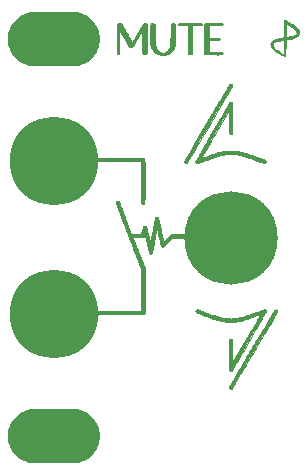
<source format=gbr>
G04 #@! TF.GenerationSoftware,KiCad,Pcbnew,(5.0.0)*
G04 #@! TF.CreationDate,2018-08-30T22:15:01+02:00*
G04 #@! TF.ProjectId,1u_mute_panel,31755F6D7574655F70616E656C2E6B69,rev?*
G04 #@! TF.SameCoordinates,Original*
G04 #@! TF.FileFunction,Soldermask,Top*
G04 #@! TF.FilePolarity,Negative*
%FSLAX46Y46*%
G04 Gerber Fmt 4.6, Leading zero omitted, Abs format (unit mm)*
G04 Created by KiCad (PCBNEW (5.0.0)) date 08/30/18 22:15:01*
%MOMM*%
%LPD*%
G01*
G04 APERTURE LIST*
%ADD10C,0.010000*%
%ADD11C,0.100000*%
%ADD12C,4.600000*%
%ADD13C,7.500000*%
%ADD14C,7.900000*%
G04 APERTURE END LIST*
D10*
G04 #@! TO.C,G\002A\002A\002A*
G36*
X26304106Y-25892797D02*
X26329415Y-25901316D01*
X26352965Y-25919647D01*
X26354977Y-25921558D01*
X26386598Y-25962584D01*
X26403788Y-26008412D01*
X26404076Y-26052320D01*
X26398100Y-26064288D01*
X26381805Y-26093645D01*
X26355659Y-26139601D01*
X26320130Y-26201362D01*
X26275684Y-26278139D01*
X26222790Y-26369139D01*
X26161914Y-26473572D01*
X26093524Y-26590645D01*
X26018087Y-26719568D01*
X25936071Y-26859549D01*
X25847943Y-27009797D01*
X25754170Y-27169519D01*
X25655221Y-27337926D01*
X25551562Y-27514225D01*
X25443660Y-27697625D01*
X25331984Y-27887334D01*
X25217000Y-28082562D01*
X25099175Y-28282516D01*
X24978979Y-28486406D01*
X24856877Y-28693440D01*
X24733337Y-28902826D01*
X24608826Y-29113774D01*
X24483812Y-29325491D01*
X24358763Y-29537186D01*
X24234146Y-29748069D01*
X24110427Y-29957347D01*
X23988075Y-30164229D01*
X23867557Y-30367924D01*
X23749340Y-30567640D01*
X23633892Y-30762586D01*
X23521680Y-30951970D01*
X23413171Y-31135002D01*
X23308833Y-31310889D01*
X23209134Y-31478840D01*
X23114540Y-31638064D01*
X23025519Y-31787770D01*
X22942539Y-31927166D01*
X22866067Y-32055460D01*
X22796570Y-32171861D01*
X22734515Y-32275579D01*
X22680371Y-32365821D01*
X22634604Y-32441795D01*
X22597682Y-32502712D01*
X22570072Y-32547778D01*
X22552242Y-32576203D01*
X22544659Y-32587196D01*
X22544598Y-32587246D01*
X22504570Y-32605943D01*
X22456845Y-32612416D01*
X22411722Y-32605581D01*
X22403042Y-32602126D01*
X22359791Y-32571855D01*
X22331893Y-32530143D01*
X22321310Y-32481440D01*
X22328794Y-32433569D01*
X22335667Y-32420060D01*
X22352817Y-32389246D01*
X22379778Y-32341917D01*
X22416081Y-32278865D01*
X22461258Y-32200879D01*
X22514843Y-32108753D01*
X22576368Y-32003275D01*
X22645366Y-31885238D01*
X22721368Y-31755432D01*
X22803908Y-31614649D01*
X22892517Y-31463679D01*
X22986729Y-31303313D01*
X23086076Y-31134343D01*
X23190091Y-30957558D01*
X23298305Y-30773752D01*
X23410252Y-30583713D01*
X23525463Y-30388234D01*
X23643473Y-30188105D01*
X23763812Y-29984118D01*
X23886014Y-29777063D01*
X24009610Y-29567731D01*
X24134134Y-29356913D01*
X24259119Y-29145401D01*
X24384095Y-28933985D01*
X24508597Y-28723456D01*
X24632156Y-28514606D01*
X24754305Y-28308225D01*
X24874577Y-28105104D01*
X24992504Y-27906035D01*
X25107618Y-27711807D01*
X25219453Y-27523213D01*
X25327540Y-27341044D01*
X25431412Y-27166089D01*
X25530602Y-26999141D01*
X25624641Y-26840990D01*
X25713064Y-26692428D01*
X25795401Y-26554244D01*
X25871186Y-26427231D01*
X25939951Y-26312180D01*
X26001229Y-26209880D01*
X26054552Y-26121124D01*
X26099452Y-26046702D01*
X26135463Y-25987405D01*
X26162116Y-25944024D01*
X26178945Y-25917351D01*
X26185392Y-25908215D01*
X26216894Y-25896136D01*
X26260326Y-25890810D01*
X26267444Y-25890709D01*
X26304106Y-25892797D01*
X26304106Y-25892797D01*
G37*
X26304106Y-25892797D02*
X26329415Y-25901316D01*
X26352965Y-25919647D01*
X26354977Y-25921558D01*
X26386598Y-25962584D01*
X26403788Y-26008412D01*
X26404076Y-26052320D01*
X26398100Y-26064288D01*
X26381805Y-26093645D01*
X26355659Y-26139601D01*
X26320130Y-26201362D01*
X26275684Y-26278139D01*
X26222790Y-26369139D01*
X26161914Y-26473572D01*
X26093524Y-26590645D01*
X26018087Y-26719568D01*
X25936071Y-26859549D01*
X25847943Y-27009797D01*
X25754170Y-27169519D01*
X25655221Y-27337926D01*
X25551562Y-27514225D01*
X25443660Y-27697625D01*
X25331984Y-27887334D01*
X25217000Y-28082562D01*
X25099175Y-28282516D01*
X24978979Y-28486406D01*
X24856877Y-28693440D01*
X24733337Y-28902826D01*
X24608826Y-29113774D01*
X24483812Y-29325491D01*
X24358763Y-29537186D01*
X24234146Y-29748069D01*
X24110427Y-29957347D01*
X23988075Y-30164229D01*
X23867557Y-30367924D01*
X23749340Y-30567640D01*
X23633892Y-30762586D01*
X23521680Y-30951970D01*
X23413171Y-31135002D01*
X23308833Y-31310889D01*
X23209134Y-31478840D01*
X23114540Y-31638064D01*
X23025519Y-31787770D01*
X22942539Y-31927166D01*
X22866067Y-32055460D01*
X22796570Y-32171861D01*
X22734515Y-32275579D01*
X22680371Y-32365821D01*
X22634604Y-32441795D01*
X22597682Y-32502712D01*
X22570072Y-32547778D01*
X22552242Y-32576203D01*
X22544659Y-32587196D01*
X22544598Y-32587246D01*
X22504570Y-32605943D01*
X22456845Y-32612416D01*
X22411722Y-32605581D01*
X22403042Y-32602126D01*
X22359791Y-32571855D01*
X22331893Y-32530143D01*
X22321310Y-32481440D01*
X22328794Y-32433569D01*
X22335667Y-32420060D01*
X22352817Y-32389246D01*
X22379778Y-32341917D01*
X22416081Y-32278865D01*
X22461258Y-32200879D01*
X22514843Y-32108753D01*
X22576368Y-32003275D01*
X22645366Y-31885238D01*
X22721368Y-31755432D01*
X22803908Y-31614649D01*
X22892517Y-31463679D01*
X22986729Y-31303313D01*
X23086076Y-31134343D01*
X23190091Y-30957558D01*
X23298305Y-30773752D01*
X23410252Y-30583713D01*
X23525463Y-30388234D01*
X23643473Y-30188105D01*
X23763812Y-29984118D01*
X23886014Y-29777063D01*
X24009610Y-29567731D01*
X24134134Y-29356913D01*
X24259119Y-29145401D01*
X24384095Y-28933985D01*
X24508597Y-28723456D01*
X24632156Y-28514606D01*
X24754305Y-28308225D01*
X24874577Y-28105104D01*
X24992504Y-27906035D01*
X25107618Y-27711807D01*
X25219453Y-27523213D01*
X25327540Y-27341044D01*
X25431412Y-27166089D01*
X25530602Y-26999141D01*
X25624641Y-26840990D01*
X25713064Y-26692428D01*
X25795401Y-26554244D01*
X25871186Y-26427231D01*
X25939951Y-26312180D01*
X26001229Y-26209880D01*
X26054552Y-26121124D01*
X26099452Y-26046702D01*
X26135463Y-25987405D01*
X26162116Y-25944024D01*
X26178945Y-25917351D01*
X26185392Y-25908215D01*
X26216894Y-25896136D01*
X26260326Y-25890810D01*
X26267444Y-25890709D01*
X26304106Y-25892797D01*
G36*
X25357565Y-25895143D02*
X25399368Y-25921795D01*
X25429530Y-25961577D01*
X25444400Y-26010697D01*
X25445329Y-26028292D01*
X25444270Y-26034421D01*
X25440927Y-26044205D01*
X25434945Y-26058270D01*
X25425968Y-26077244D01*
X25413640Y-26101752D01*
X25397606Y-26132420D01*
X25377509Y-26169876D01*
X25352993Y-26214745D01*
X25323704Y-26267654D01*
X25289285Y-26329229D01*
X25249379Y-26400097D01*
X25203632Y-26480885D01*
X25151688Y-26572218D01*
X25093190Y-26674723D01*
X25027783Y-26789026D01*
X24955111Y-26915754D01*
X24874818Y-27055533D01*
X24786548Y-27208990D01*
X24689946Y-27376751D01*
X24584655Y-27559442D01*
X24470320Y-27757690D01*
X24346585Y-27972121D01*
X24213094Y-28203362D01*
X24069492Y-28452039D01*
X24008681Y-28557326D01*
X23858765Y-28816838D01*
X23719057Y-29058587D01*
X23589215Y-29283157D01*
X23468895Y-29491135D01*
X23357755Y-29683105D01*
X23255450Y-29859654D01*
X23161638Y-30021366D01*
X23075976Y-30168828D01*
X22998119Y-30302624D01*
X22927726Y-30423340D01*
X22864452Y-30531561D01*
X22807954Y-30627872D01*
X22757889Y-30712860D01*
X22713915Y-30787109D01*
X22675687Y-30851205D01*
X22642862Y-30905734D01*
X22615097Y-30951280D01*
X22592049Y-30988429D01*
X22573375Y-31017767D01*
X22558731Y-31039878D01*
X22547774Y-31055349D01*
X22540161Y-31064765D01*
X22536414Y-31068222D01*
X22491225Y-31087363D01*
X22440836Y-31091147D01*
X22403042Y-31082320D01*
X22368346Y-31058257D01*
X22339509Y-31020625D01*
X22323035Y-30979669D01*
X22321622Y-30963018D01*
X22320326Y-30926839D01*
X22319145Y-30872772D01*
X22318081Y-30802455D01*
X22317133Y-30717529D01*
X22316300Y-30619630D01*
X22315583Y-30510399D01*
X22314981Y-30391475D01*
X22314494Y-30264496D01*
X22314122Y-30131101D01*
X22313865Y-29992930D01*
X22313722Y-29851621D01*
X22313693Y-29708814D01*
X22313779Y-29566147D01*
X22313978Y-29425259D01*
X22314290Y-29287789D01*
X22314716Y-29155377D01*
X22315255Y-29029661D01*
X22315907Y-28912280D01*
X22316672Y-28804873D01*
X22317550Y-28709079D01*
X22318539Y-28626538D01*
X22319641Y-28558887D01*
X22320855Y-28507767D01*
X22322180Y-28474815D01*
X22323360Y-28462459D01*
X22343444Y-28417444D01*
X22370577Y-28385729D01*
X22397990Y-28363915D01*
X22424232Y-28353830D01*
X22460211Y-28351334D01*
X22461250Y-28351334D01*
X22497235Y-28353629D01*
X22523507Y-28363383D01*
X22551087Y-28384899D01*
X22554010Y-28387560D01*
X22593542Y-28423786D01*
X22598834Y-29421498D01*
X22604125Y-30419210D01*
X23791861Y-28361973D01*
X23903182Y-28169123D01*
X24011652Y-27981140D01*
X24116800Y-27798846D01*
X24218154Y-27623061D01*
X24315243Y-27454604D01*
X24407595Y-27294297D01*
X24494737Y-27142959D01*
X24576199Y-27001411D01*
X24651508Y-26870473D01*
X24720192Y-26750967D01*
X24781781Y-26643711D01*
X24835801Y-26549526D01*
X24881782Y-26469233D01*
X24919251Y-26403653D01*
X24947738Y-26353604D01*
X24966769Y-26319909D01*
X24975874Y-26303386D01*
X24976629Y-26301767D01*
X24966312Y-26304443D01*
X24938649Y-26313474D01*
X24896187Y-26327979D01*
X24841470Y-26347075D01*
X24777044Y-26369882D01*
X24705456Y-26395518D01*
X24693768Y-26399729D01*
X24455427Y-26484622D01*
X24234873Y-26560933D01*
X24030728Y-26629063D01*
X23841612Y-26689412D01*
X23666147Y-26742383D01*
X23502954Y-26788378D01*
X23350655Y-26827796D01*
X23207871Y-26861040D01*
X23073224Y-26888512D01*
X22945335Y-26910611D01*
X22932209Y-26912642D01*
X22834197Y-26924732D01*
X22721354Y-26933805D01*
X22599468Y-26939749D01*
X22474326Y-26942452D01*
X22351715Y-26941800D01*
X22237422Y-26937682D01*
X22137233Y-26929986D01*
X22122584Y-26928378D01*
X22024629Y-26916057D01*
X21926735Y-26901525D01*
X21827538Y-26884386D01*
X21725677Y-26864244D01*
X21619789Y-26840705D01*
X21508512Y-26813373D01*
X21390483Y-26781853D01*
X21264340Y-26745748D01*
X21128720Y-26704665D01*
X20982262Y-26658208D01*
X20823602Y-26605980D01*
X20651379Y-26547588D01*
X20464230Y-26482635D01*
X20260793Y-26410726D01*
X20039705Y-26331466D01*
X19933912Y-26293230D01*
X19828703Y-26254979D01*
X19741665Y-26222841D01*
X19671007Y-26195889D01*
X19614938Y-26173196D01*
X19571668Y-26153835D01*
X19539406Y-26136878D01*
X19516362Y-26121399D01*
X19500744Y-26106470D01*
X19490762Y-26091164D01*
X19484625Y-26074554D01*
X19481108Y-26058785D01*
X19480066Y-26003684D01*
X19496913Y-25955387D01*
X19529342Y-25917432D01*
X19575049Y-25893357D01*
X19591595Y-25889257D01*
X19599588Y-25887554D01*
X19606622Y-25886187D01*
X19614269Y-25885667D01*
X19624099Y-25886508D01*
X19637681Y-25889222D01*
X19656589Y-25894320D01*
X19682390Y-25902316D01*
X19716657Y-25913721D01*
X19760960Y-25929048D01*
X19816870Y-25948809D01*
X19885956Y-25973516D01*
X19969791Y-26003682D01*
X20069944Y-26039819D01*
X20187986Y-26082439D01*
X20226507Y-26096344D01*
X20456435Y-26178681D01*
X20668272Y-26253088D01*
X20863407Y-26319915D01*
X21043230Y-26379509D01*
X21209131Y-26432221D01*
X21362497Y-26478400D01*
X21504719Y-26518394D01*
X21637186Y-26552553D01*
X21761288Y-26581226D01*
X21878413Y-26604763D01*
X21989952Y-26623512D01*
X22097292Y-26637823D01*
X22201825Y-26648044D01*
X22304938Y-26654526D01*
X22408022Y-26657617D01*
X22461250Y-26658000D01*
X22565944Y-26656465D01*
X22670013Y-26651626D01*
X22774874Y-26643128D01*
X22881944Y-26630621D01*
X22992642Y-26613749D01*
X23108385Y-26592162D01*
X23230590Y-26565505D01*
X23360674Y-26533426D01*
X23500056Y-26495572D01*
X23650153Y-26451591D01*
X23812383Y-26401129D01*
X23988162Y-26343833D01*
X24178909Y-26279351D01*
X24386041Y-26207330D01*
X24610975Y-26127416D01*
X24652347Y-26112568D01*
X24740848Y-26080707D01*
X24829685Y-26048627D01*
X24915177Y-26017663D01*
X24993647Y-25989151D01*
X25061417Y-25964426D01*
X25114808Y-25944823D01*
X25135269Y-25937246D01*
X25188708Y-25918231D01*
X25237769Y-25902351D01*
X25277740Y-25891022D01*
X25303911Y-25885659D01*
X25307774Y-25885417D01*
X25357565Y-25895143D01*
X25357565Y-25895143D01*
G37*
X25357565Y-25895143D02*
X25399368Y-25921795D01*
X25429530Y-25961577D01*
X25444400Y-26010697D01*
X25445329Y-26028292D01*
X25444270Y-26034421D01*
X25440927Y-26044205D01*
X25434945Y-26058270D01*
X25425968Y-26077244D01*
X25413640Y-26101752D01*
X25397606Y-26132420D01*
X25377509Y-26169876D01*
X25352993Y-26214745D01*
X25323704Y-26267654D01*
X25289285Y-26329229D01*
X25249379Y-26400097D01*
X25203632Y-26480885D01*
X25151688Y-26572218D01*
X25093190Y-26674723D01*
X25027783Y-26789026D01*
X24955111Y-26915754D01*
X24874818Y-27055533D01*
X24786548Y-27208990D01*
X24689946Y-27376751D01*
X24584655Y-27559442D01*
X24470320Y-27757690D01*
X24346585Y-27972121D01*
X24213094Y-28203362D01*
X24069492Y-28452039D01*
X24008681Y-28557326D01*
X23858765Y-28816838D01*
X23719057Y-29058587D01*
X23589215Y-29283157D01*
X23468895Y-29491135D01*
X23357755Y-29683105D01*
X23255450Y-29859654D01*
X23161638Y-30021366D01*
X23075976Y-30168828D01*
X22998119Y-30302624D01*
X22927726Y-30423340D01*
X22864452Y-30531561D01*
X22807954Y-30627872D01*
X22757889Y-30712860D01*
X22713915Y-30787109D01*
X22675687Y-30851205D01*
X22642862Y-30905734D01*
X22615097Y-30951280D01*
X22592049Y-30988429D01*
X22573375Y-31017767D01*
X22558731Y-31039878D01*
X22547774Y-31055349D01*
X22540161Y-31064765D01*
X22536414Y-31068222D01*
X22491225Y-31087363D01*
X22440836Y-31091147D01*
X22403042Y-31082320D01*
X22368346Y-31058257D01*
X22339509Y-31020625D01*
X22323035Y-30979669D01*
X22321622Y-30963018D01*
X22320326Y-30926839D01*
X22319145Y-30872772D01*
X22318081Y-30802455D01*
X22317133Y-30717529D01*
X22316300Y-30619630D01*
X22315583Y-30510399D01*
X22314981Y-30391475D01*
X22314494Y-30264496D01*
X22314122Y-30131101D01*
X22313865Y-29992930D01*
X22313722Y-29851621D01*
X22313693Y-29708814D01*
X22313779Y-29566147D01*
X22313978Y-29425259D01*
X22314290Y-29287789D01*
X22314716Y-29155377D01*
X22315255Y-29029661D01*
X22315907Y-28912280D01*
X22316672Y-28804873D01*
X22317550Y-28709079D01*
X22318539Y-28626538D01*
X22319641Y-28558887D01*
X22320855Y-28507767D01*
X22322180Y-28474815D01*
X22323360Y-28462459D01*
X22343444Y-28417444D01*
X22370577Y-28385729D01*
X22397990Y-28363915D01*
X22424232Y-28353830D01*
X22460211Y-28351334D01*
X22461250Y-28351334D01*
X22497235Y-28353629D01*
X22523507Y-28363383D01*
X22551087Y-28384899D01*
X22554010Y-28387560D01*
X22593542Y-28423786D01*
X22598834Y-29421498D01*
X22604125Y-30419210D01*
X23791861Y-28361973D01*
X23903182Y-28169123D01*
X24011652Y-27981140D01*
X24116800Y-27798846D01*
X24218154Y-27623061D01*
X24315243Y-27454604D01*
X24407595Y-27294297D01*
X24494737Y-27142959D01*
X24576199Y-27001411D01*
X24651508Y-26870473D01*
X24720192Y-26750967D01*
X24781781Y-26643711D01*
X24835801Y-26549526D01*
X24881782Y-26469233D01*
X24919251Y-26403653D01*
X24947738Y-26353604D01*
X24966769Y-26319909D01*
X24975874Y-26303386D01*
X24976629Y-26301767D01*
X24966312Y-26304443D01*
X24938649Y-26313474D01*
X24896187Y-26327979D01*
X24841470Y-26347075D01*
X24777044Y-26369882D01*
X24705456Y-26395518D01*
X24693768Y-26399729D01*
X24455427Y-26484622D01*
X24234873Y-26560933D01*
X24030728Y-26629063D01*
X23841612Y-26689412D01*
X23666147Y-26742383D01*
X23502954Y-26788378D01*
X23350655Y-26827796D01*
X23207871Y-26861040D01*
X23073224Y-26888512D01*
X22945335Y-26910611D01*
X22932209Y-26912642D01*
X22834197Y-26924732D01*
X22721354Y-26933805D01*
X22599468Y-26939749D01*
X22474326Y-26942452D01*
X22351715Y-26941800D01*
X22237422Y-26937682D01*
X22137233Y-26929986D01*
X22122584Y-26928378D01*
X22024629Y-26916057D01*
X21926735Y-26901525D01*
X21827538Y-26884386D01*
X21725677Y-26864244D01*
X21619789Y-26840705D01*
X21508512Y-26813373D01*
X21390483Y-26781853D01*
X21264340Y-26745748D01*
X21128720Y-26704665D01*
X20982262Y-26658208D01*
X20823602Y-26605980D01*
X20651379Y-26547588D01*
X20464230Y-26482635D01*
X20260793Y-26410726D01*
X20039705Y-26331466D01*
X19933912Y-26293230D01*
X19828703Y-26254979D01*
X19741665Y-26222841D01*
X19671007Y-26195889D01*
X19614938Y-26173196D01*
X19571668Y-26153835D01*
X19539406Y-26136878D01*
X19516362Y-26121399D01*
X19500744Y-26106470D01*
X19490762Y-26091164D01*
X19484625Y-26074554D01*
X19481108Y-26058785D01*
X19480066Y-26003684D01*
X19496913Y-25955387D01*
X19529342Y-25917432D01*
X19575049Y-25893357D01*
X19591595Y-25889257D01*
X19599588Y-25887554D01*
X19606622Y-25886187D01*
X19614269Y-25885667D01*
X19624099Y-25886508D01*
X19637681Y-25889222D01*
X19656589Y-25894320D01*
X19682390Y-25902316D01*
X19716657Y-25913721D01*
X19760960Y-25929048D01*
X19816870Y-25948809D01*
X19885956Y-25973516D01*
X19969791Y-26003682D01*
X20069944Y-26039819D01*
X20187986Y-26082439D01*
X20226507Y-26096344D01*
X20456435Y-26178681D01*
X20668272Y-26253088D01*
X20863407Y-26319915D01*
X21043230Y-26379509D01*
X21209131Y-26432221D01*
X21362497Y-26478400D01*
X21504719Y-26518394D01*
X21637186Y-26552553D01*
X21761288Y-26581226D01*
X21878413Y-26604763D01*
X21989952Y-26623512D01*
X22097292Y-26637823D01*
X22201825Y-26648044D01*
X22304938Y-26654526D01*
X22408022Y-26657617D01*
X22461250Y-26658000D01*
X22565944Y-26656465D01*
X22670013Y-26651626D01*
X22774874Y-26643128D01*
X22881944Y-26630621D01*
X22992642Y-26613749D01*
X23108385Y-26592162D01*
X23230590Y-26565505D01*
X23360674Y-26533426D01*
X23500056Y-26495572D01*
X23650153Y-26451591D01*
X23812383Y-26401129D01*
X23988162Y-26343833D01*
X24178909Y-26279351D01*
X24386041Y-26207330D01*
X24610975Y-26127416D01*
X24652347Y-26112568D01*
X24740848Y-26080707D01*
X24829685Y-26048627D01*
X24915177Y-26017663D01*
X24993647Y-25989151D01*
X25061417Y-25964426D01*
X25114808Y-25944823D01*
X25135269Y-25937246D01*
X25188708Y-25918231D01*
X25237769Y-25902351D01*
X25277740Y-25891022D01*
X25303911Y-25885659D01*
X25307774Y-25885417D01*
X25357565Y-25895143D01*
G36*
X12922816Y-16695844D02*
X12967789Y-16717056D01*
X13000233Y-16754073D01*
X13003131Y-16759470D01*
X13008652Y-16772765D01*
X13021266Y-16804672D01*
X13040525Y-16854025D01*
X13065981Y-16919660D01*
X13097185Y-17000410D01*
X13133690Y-17095111D01*
X13175046Y-17202596D01*
X13220806Y-17321700D01*
X13270521Y-17451258D01*
X13323743Y-17590104D01*
X13380025Y-17737072D01*
X13438917Y-17890998D01*
X13499971Y-18050715D01*
X13534485Y-18141063D01*
X14050848Y-19493084D01*
X14890880Y-19493084D01*
X14969253Y-19183802D01*
X14994052Y-19086900D01*
X15014953Y-19008473D01*
X15032935Y-18946400D01*
X15048979Y-18898560D01*
X15064065Y-18862833D01*
X15079174Y-18837097D01*
X15095285Y-18819230D01*
X15113379Y-18807112D01*
X15134436Y-18798622D01*
X15149256Y-18794290D01*
X15194768Y-18791415D01*
X15240525Y-18803982D01*
X15279353Y-18829046D01*
X15300807Y-18856501D01*
X15306023Y-18872028D01*
X15315665Y-18906386D01*
X15329287Y-18957806D01*
X15346445Y-19024520D01*
X15366696Y-19104761D01*
X15389594Y-19196759D01*
X15414696Y-19298747D01*
X15441557Y-19408956D01*
X15469733Y-19525618D01*
X15486165Y-19594132D01*
X15514566Y-19712706D01*
X15541559Y-19825119D01*
X15566738Y-19929696D01*
X15589697Y-20024763D01*
X15610030Y-20108644D01*
X15627328Y-20179665D01*
X15641187Y-20236151D01*
X15651199Y-20276425D01*
X15656957Y-20298815D01*
X15658211Y-20302977D01*
X15660433Y-20293225D01*
X15666038Y-20263979D01*
X15674782Y-20216597D01*
X15686425Y-20152438D01*
X15700724Y-20072862D01*
X15717437Y-19979227D01*
X15736322Y-19872893D01*
X15757137Y-19755220D01*
X15779640Y-19627565D01*
X15803589Y-19491289D01*
X15828742Y-19347750D01*
X15851959Y-19214911D01*
X15884011Y-19031643D01*
X15912727Y-18868236D01*
X15938297Y-18723682D01*
X15960912Y-18596969D01*
X15980762Y-18487089D01*
X15998037Y-18393032D01*
X16012927Y-18313789D01*
X16025623Y-18248350D01*
X16036314Y-18195706D01*
X16045192Y-18154846D01*
X16052447Y-18124762D01*
X16058269Y-18104444D01*
X16062848Y-18092882D01*
X16063765Y-18091325D01*
X16087781Y-18065162D01*
X16119404Y-18042417D01*
X16125079Y-18039430D01*
X16174360Y-18025600D01*
X16222426Y-18032849D01*
X16268897Y-18061107D01*
X16276209Y-18067619D01*
X16312461Y-18101375D01*
X16536591Y-19133250D01*
X16567954Y-19277540D01*
X16598079Y-19415922D01*
X16626659Y-19547002D01*
X16653387Y-19669385D01*
X16677959Y-19781678D01*
X16700067Y-19882486D01*
X16719406Y-19970414D01*
X16735670Y-20044069D01*
X16748553Y-20102057D01*
X16757749Y-20142983D01*
X16762951Y-20165452D01*
X16764029Y-20169495D01*
X16771995Y-20163247D01*
X16793377Y-20143590D01*
X16826593Y-20112054D01*
X16870062Y-20070166D01*
X16922201Y-20019454D01*
X16981429Y-19961446D01*
X17046164Y-19897671D01*
X17078083Y-19866099D01*
X17158409Y-19786792D01*
X17225317Y-19721347D01*
X17280195Y-19668502D01*
X17324435Y-19626996D01*
X17359425Y-19595565D01*
X17386554Y-19572948D01*
X17407212Y-19557882D01*
X17422789Y-19549106D01*
X17430018Y-19546408D01*
X17441063Y-19545020D01*
X17464556Y-19543748D01*
X17501004Y-19542588D01*
X17550917Y-19541540D01*
X17614804Y-19540600D01*
X17693174Y-19539769D01*
X17786535Y-19539043D01*
X17895395Y-19538421D01*
X18020265Y-19537902D01*
X18161653Y-19537483D01*
X18320066Y-19537163D01*
X18496015Y-19536940D01*
X18690009Y-19536813D01*
X18902555Y-19536779D01*
X19134162Y-19536837D01*
X19385340Y-19536985D01*
X19656598Y-19537221D01*
X19948443Y-19537544D01*
X19990042Y-19537595D01*
X20262532Y-19537935D01*
X20514656Y-19538261D01*
X20747216Y-19538580D01*
X20961011Y-19538899D01*
X21156845Y-19539226D01*
X21335516Y-19539568D01*
X21497826Y-19539932D01*
X21644577Y-19540325D01*
X21776569Y-19540755D01*
X21894602Y-19541230D01*
X21999479Y-19541755D01*
X22092000Y-19542339D01*
X22172966Y-19542990D01*
X22243178Y-19543713D01*
X22303437Y-19544517D01*
X22354544Y-19545409D01*
X22397300Y-19546396D01*
X22432506Y-19547485D01*
X22460962Y-19548684D01*
X22483471Y-19550001D01*
X22500832Y-19551441D01*
X22513847Y-19553013D01*
X22523317Y-19554724D01*
X22530042Y-19556581D01*
X22534824Y-19558592D01*
X22538464Y-19560763D01*
X22538520Y-19560801D01*
X22575163Y-19597759D01*
X22594977Y-19647548D01*
X22598834Y-19688505D01*
X22596001Y-19722518D01*
X22584625Y-19749109D01*
X22562605Y-19776343D01*
X22526377Y-19815875D01*
X20025504Y-19818587D01*
X17524632Y-19821299D01*
X17138087Y-20206410D01*
X17051580Y-20292519D01*
X16978665Y-20364853D01*
X16917998Y-20424635D01*
X16868235Y-20473088D01*
X16828030Y-20511435D01*
X16796041Y-20540899D01*
X16770922Y-20562703D01*
X16751329Y-20578069D01*
X16735917Y-20588220D01*
X16723343Y-20594379D01*
X16712261Y-20597770D01*
X16706653Y-20598842D01*
X16655082Y-20597461D01*
X16606564Y-20578670D01*
X16568113Y-20545337D01*
X16564748Y-20540834D01*
X16558549Y-20524763D01*
X16548237Y-20488390D01*
X16533913Y-20432155D01*
X16515681Y-20356497D01*
X16493642Y-20261857D01*
X16467901Y-20148675D01*
X16438558Y-20017391D01*
X16405718Y-19868444D01*
X16374041Y-19723271D01*
X16346612Y-19597362D01*
X16320386Y-19477635D01*
X16295720Y-19365674D01*
X16272969Y-19263064D01*
X16252489Y-19171387D01*
X16234636Y-19092228D01*
X16219764Y-19027170D01*
X16208231Y-18977798D01*
X16200391Y-18945695D01*
X16196600Y-18932445D01*
X16196393Y-18932181D01*
X16193816Y-18942380D01*
X16187880Y-18972048D01*
X16178834Y-19019798D01*
X16166928Y-19084241D01*
X16152411Y-19163991D01*
X16135531Y-19257659D01*
X16116540Y-19363857D01*
X16095685Y-19481199D01*
X16073216Y-19608296D01*
X16049384Y-19743761D01*
X16024436Y-19886206D01*
X16006697Y-19987868D01*
X15980913Y-20135258D01*
X15955869Y-20277259D01*
X15931833Y-20412419D01*
X15909071Y-20539283D01*
X15887852Y-20656399D01*
X15868443Y-20762311D01*
X15851111Y-20855567D01*
X15836124Y-20934712D01*
X15823750Y-20998294D01*
X15814255Y-21044858D01*
X15807908Y-21072951D01*
X15805613Y-21080584D01*
X15780290Y-21114994D01*
X15739139Y-21142102D01*
X15706276Y-21156542D01*
X15681331Y-21161017D01*
X15654409Y-21156991D01*
X15648677Y-21155500D01*
X15632827Y-21151366D01*
X15618902Y-21147184D01*
X15606439Y-21141575D01*
X15594973Y-21133161D01*
X15584040Y-21120565D01*
X15573177Y-21102408D01*
X15561920Y-21077311D01*
X15549804Y-21043898D01*
X15536366Y-21000789D01*
X15521141Y-20946607D01*
X15503665Y-20879974D01*
X15483476Y-20799511D01*
X15460107Y-20703840D01*
X15433097Y-20591584D01*
X15401980Y-20461363D01*
X15370375Y-20328903D01*
X15340864Y-20205473D01*
X15312620Y-20087737D01*
X15286049Y-19977363D01*
X15261558Y-19876021D01*
X15239553Y-19785380D01*
X15220440Y-19707108D01*
X15204625Y-19642874D01*
X15192515Y-19594348D01*
X15184514Y-19563197D01*
X15181122Y-19551292D01*
X15175738Y-19545161D01*
X15169463Y-19553825D01*
X15161332Y-19579429D01*
X15152550Y-19614792D01*
X15137974Y-19667428D01*
X15121570Y-19705276D01*
X15100536Y-19734689D01*
X15098905Y-19736500D01*
X15065143Y-19773542D01*
X14614530Y-19776518D01*
X14519175Y-19777251D01*
X14430696Y-19778133D01*
X14351263Y-19779125D01*
X14283048Y-19780193D01*
X14228223Y-19781299D01*
X14188958Y-19782407D01*
X14167425Y-19783480D01*
X14163917Y-19784075D01*
X14167625Y-19794331D01*
X14178457Y-19823205D01*
X14195974Y-19869543D01*
X14219737Y-19932192D01*
X14249306Y-20010000D01*
X14284242Y-20101814D01*
X14324107Y-20206482D01*
X14368461Y-20322850D01*
X14416866Y-20449767D01*
X14468881Y-20586079D01*
X14524069Y-20730634D01*
X14581990Y-20882279D01*
X14642204Y-21039861D01*
X14666625Y-21103753D01*
X15169334Y-22418849D01*
X15169334Y-26220953D01*
X15145203Y-26256760D01*
X15122859Y-26283577D01*
X15098866Y-26303567D01*
X15094933Y-26305794D01*
X15088740Y-26307007D01*
X15074733Y-26308148D01*
X15052359Y-26309221D01*
X15021068Y-26310225D01*
X14980310Y-26311165D01*
X14929533Y-26312040D01*
X14868186Y-26312854D01*
X14795720Y-26313609D01*
X14711582Y-26314305D01*
X14615222Y-26314945D01*
X14506090Y-26315532D01*
X14383634Y-26316066D01*
X14247304Y-26316550D01*
X14096549Y-26316986D01*
X13930818Y-26317375D01*
X13749560Y-26317720D01*
X13552224Y-26318022D01*
X13338260Y-26318283D01*
X13107117Y-26318506D01*
X12858243Y-26318692D01*
X12591089Y-26318843D01*
X12305103Y-26318961D01*
X11999734Y-26319047D01*
X11674432Y-26319105D01*
X11328646Y-26319135D01*
X11242917Y-26319138D01*
X10904718Y-26319146D01*
X10587038Y-26319148D01*
X10289229Y-26319139D01*
X10010643Y-26319117D01*
X9750633Y-26319078D01*
X9508549Y-26319019D01*
X9283746Y-26318936D01*
X9075574Y-26318827D01*
X8883386Y-26318687D01*
X8706535Y-26318514D01*
X8544371Y-26318304D01*
X8396248Y-26318054D01*
X8261518Y-26317760D01*
X8139532Y-26317420D01*
X8029643Y-26317029D01*
X7931204Y-26316584D01*
X7843565Y-26316083D01*
X7766080Y-26315522D01*
X7698100Y-26314897D01*
X7638978Y-26314205D01*
X7588066Y-26313443D01*
X7544716Y-26312607D01*
X7508280Y-26311695D01*
X7478111Y-26310702D01*
X7453559Y-26309625D01*
X7433979Y-26308462D01*
X7418721Y-26307208D01*
X7407138Y-26305861D01*
X7398583Y-26304417D01*
X7392406Y-26302873D01*
X7387962Y-26301224D01*
X7384600Y-26299470D01*
X7384247Y-26299256D01*
X7353012Y-26269301D01*
X7330815Y-26227057D01*
X7321101Y-26180647D01*
X7322704Y-26154153D01*
X7340841Y-26110420D01*
X7374687Y-26073262D01*
X7418808Y-26048284D01*
X7428236Y-26045285D01*
X7439440Y-26044145D01*
X7464833Y-26043071D01*
X7504761Y-26042061D01*
X7559569Y-26041114D01*
X7629603Y-26040229D01*
X7715208Y-26039405D01*
X7816730Y-26038641D01*
X7934514Y-26037936D01*
X8068905Y-26037289D01*
X8220249Y-26036699D01*
X8388891Y-26036164D01*
X8575177Y-26035684D01*
X8779452Y-26035258D01*
X9002062Y-26034884D01*
X9243351Y-26034561D01*
X9503666Y-26034289D01*
X9783352Y-26034066D01*
X10082755Y-26033891D01*
X10402219Y-26033763D01*
X10742090Y-26033681D01*
X11102714Y-26033645D01*
X11176771Y-26033643D01*
X14883584Y-26033584D01*
X14883584Y-22468001D01*
X14358212Y-21094313D01*
X14295349Y-20929934D01*
X14234296Y-20770263D01*
X14175507Y-20616493D01*
X14119439Y-20469818D01*
X14066548Y-20331428D01*
X14017288Y-20202519D01*
X13972117Y-20084282D01*
X13931488Y-19977909D01*
X13895859Y-19884595D01*
X13865684Y-19805532D01*
X13841420Y-19741912D01*
X13823521Y-19694929D01*
X13812445Y-19665775D01*
X13809184Y-19657125D01*
X13802617Y-19639755D01*
X13788945Y-19603806D01*
X13768623Y-19550471D01*
X13742105Y-19480941D01*
X13709848Y-19396409D01*
X13672307Y-19298067D01*
X13629936Y-19187106D01*
X13583191Y-19064718D01*
X13532528Y-18932096D01*
X13478400Y-18790432D01*
X13421264Y-18640916D01*
X13361575Y-18484742D01*
X13299787Y-18323102D01*
X13259620Y-18218035D01*
X13184888Y-18022634D01*
X13117330Y-17846038D01*
X13056626Y-17687253D01*
X13002457Y-17545288D01*
X12954502Y-17419150D01*
X12912442Y-17307847D01*
X12875958Y-17210388D01*
X12844730Y-17125780D01*
X12818437Y-17053031D01*
X12796762Y-16991148D01*
X12779383Y-16939141D01*
X12765981Y-16896016D01*
X12756237Y-16860782D01*
X12749830Y-16832446D01*
X12746442Y-16810017D01*
X12745753Y-16792502D01*
X12747442Y-16778909D01*
X12751191Y-16768246D01*
X12756679Y-16759521D01*
X12763587Y-16751741D01*
X12771596Y-16743916D01*
X12780385Y-16735052D01*
X12781442Y-16733909D01*
X12808118Y-16709155D01*
X12835513Y-16696723D01*
X12868115Y-16691840D01*
X12922816Y-16695844D01*
X12922816Y-16695844D01*
G37*
X12922816Y-16695844D02*
X12967789Y-16717056D01*
X13000233Y-16754073D01*
X13003131Y-16759470D01*
X13008652Y-16772765D01*
X13021266Y-16804672D01*
X13040525Y-16854025D01*
X13065981Y-16919660D01*
X13097185Y-17000410D01*
X13133690Y-17095111D01*
X13175046Y-17202596D01*
X13220806Y-17321700D01*
X13270521Y-17451258D01*
X13323743Y-17590104D01*
X13380025Y-17737072D01*
X13438917Y-17890998D01*
X13499971Y-18050715D01*
X13534485Y-18141063D01*
X14050848Y-19493084D01*
X14890880Y-19493084D01*
X14969253Y-19183802D01*
X14994052Y-19086900D01*
X15014953Y-19008473D01*
X15032935Y-18946400D01*
X15048979Y-18898560D01*
X15064065Y-18862833D01*
X15079174Y-18837097D01*
X15095285Y-18819230D01*
X15113379Y-18807112D01*
X15134436Y-18798622D01*
X15149256Y-18794290D01*
X15194768Y-18791415D01*
X15240525Y-18803982D01*
X15279353Y-18829046D01*
X15300807Y-18856501D01*
X15306023Y-18872028D01*
X15315665Y-18906386D01*
X15329287Y-18957806D01*
X15346445Y-19024520D01*
X15366696Y-19104761D01*
X15389594Y-19196759D01*
X15414696Y-19298747D01*
X15441557Y-19408956D01*
X15469733Y-19525618D01*
X15486165Y-19594132D01*
X15514566Y-19712706D01*
X15541559Y-19825119D01*
X15566738Y-19929696D01*
X15589697Y-20024763D01*
X15610030Y-20108644D01*
X15627328Y-20179665D01*
X15641187Y-20236151D01*
X15651199Y-20276425D01*
X15656957Y-20298815D01*
X15658211Y-20302977D01*
X15660433Y-20293225D01*
X15666038Y-20263979D01*
X15674782Y-20216597D01*
X15686425Y-20152438D01*
X15700724Y-20072862D01*
X15717437Y-19979227D01*
X15736322Y-19872893D01*
X15757137Y-19755220D01*
X15779640Y-19627565D01*
X15803589Y-19491289D01*
X15828742Y-19347750D01*
X15851959Y-19214911D01*
X15884011Y-19031643D01*
X15912727Y-18868236D01*
X15938297Y-18723682D01*
X15960912Y-18596969D01*
X15980762Y-18487089D01*
X15998037Y-18393032D01*
X16012927Y-18313789D01*
X16025623Y-18248350D01*
X16036314Y-18195706D01*
X16045192Y-18154846D01*
X16052447Y-18124762D01*
X16058269Y-18104444D01*
X16062848Y-18092882D01*
X16063765Y-18091325D01*
X16087781Y-18065162D01*
X16119404Y-18042417D01*
X16125079Y-18039430D01*
X16174360Y-18025600D01*
X16222426Y-18032849D01*
X16268897Y-18061107D01*
X16276209Y-18067619D01*
X16312461Y-18101375D01*
X16536591Y-19133250D01*
X16567954Y-19277540D01*
X16598079Y-19415922D01*
X16626659Y-19547002D01*
X16653387Y-19669385D01*
X16677959Y-19781678D01*
X16700067Y-19882486D01*
X16719406Y-19970414D01*
X16735670Y-20044069D01*
X16748553Y-20102057D01*
X16757749Y-20142983D01*
X16762951Y-20165452D01*
X16764029Y-20169495D01*
X16771995Y-20163247D01*
X16793377Y-20143590D01*
X16826593Y-20112054D01*
X16870062Y-20070166D01*
X16922201Y-20019454D01*
X16981429Y-19961446D01*
X17046164Y-19897671D01*
X17078083Y-19866099D01*
X17158409Y-19786792D01*
X17225317Y-19721347D01*
X17280195Y-19668502D01*
X17324435Y-19626996D01*
X17359425Y-19595565D01*
X17386554Y-19572948D01*
X17407212Y-19557882D01*
X17422789Y-19549106D01*
X17430018Y-19546408D01*
X17441063Y-19545020D01*
X17464556Y-19543748D01*
X17501004Y-19542588D01*
X17550917Y-19541540D01*
X17614804Y-19540600D01*
X17693174Y-19539769D01*
X17786535Y-19539043D01*
X17895395Y-19538421D01*
X18020265Y-19537902D01*
X18161653Y-19537483D01*
X18320066Y-19537163D01*
X18496015Y-19536940D01*
X18690009Y-19536813D01*
X18902555Y-19536779D01*
X19134162Y-19536837D01*
X19385340Y-19536985D01*
X19656598Y-19537221D01*
X19948443Y-19537544D01*
X19990042Y-19537595D01*
X20262532Y-19537935D01*
X20514656Y-19538261D01*
X20747216Y-19538580D01*
X20961011Y-19538899D01*
X21156845Y-19539226D01*
X21335516Y-19539568D01*
X21497826Y-19539932D01*
X21644577Y-19540325D01*
X21776569Y-19540755D01*
X21894602Y-19541230D01*
X21999479Y-19541755D01*
X22092000Y-19542339D01*
X22172966Y-19542990D01*
X22243178Y-19543713D01*
X22303437Y-19544517D01*
X22354544Y-19545409D01*
X22397300Y-19546396D01*
X22432506Y-19547485D01*
X22460962Y-19548684D01*
X22483471Y-19550001D01*
X22500832Y-19551441D01*
X22513847Y-19553013D01*
X22523317Y-19554724D01*
X22530042Y-19556581D01*
X22534824Y-19558592D01*
X22538464Y-19560763D01*
X22538520Y-19560801D01*
X22575163Y-19597759D01*
X22594977Y-19647548D01*
X22598834Y-19688505D01*
X22596001Y-19722518D01*
X22584625Y-19749109D01*
X22562605Y-19776343D01*
X22526377Y-19815875D01*
X20025504Y-19818587D01*
X17524632Y-19821299D01*
X17138087Y-20206410D01*
X17051580Y-20292519D01*
X16978665Y-20364853D01*
X16917998Y-20424635D01*
X16868235Y-20473088D01*
X16828030Y-20511435D01*
X16796041Y-20540899D01*
X16770922Y-20562703D01*
X16751329Y-20578069D01*
X16735917Y-20588220D01*
X16723343Y-20594379D01*
X16712261Y-20597770D01*
X16706653Y-20598842D01*
X16655082Y-20597461D01*
X16606564Y-20578670D01*
X16568113Y-20545337D01*
X16564748Y-20540834D01*
X16558549Y-20524763D01*
X16548237Y-20488390D01*
X16533913Y-20432155D01*
X16515681Y-20356497D01*
X16493642Y-20261857D01*
X16467901Y-20148675D01*
X16438558Y-20017391D01*
X16405718Y-19868444D01*
X16374041Y-19723271D01*
X16346612Y-19597362D01*
X16320386Y-19477635D01*
X16295720Y-19365674D01*
X16272969Y-19263064D01*
X16252489Y-19171387D01*
X16234636Y-19092228D01*
X16219764Y-19027170D01*
X16208231Y-18977798D01*
X16200391Y-18945695D01*
X16196600Y-18932445D01*
X16196393Y-18932181D01*
X16193816Y-18942380D01*
X16187880Y-18972048D01*
X16178834Y-19019798D01*
X16166928Y-19084241D01*
X16152411Y-19163991D01*
X16135531Y-19257659D01*
X16116540Y-19363857D01*
X16095685Y-19481199D01*
X16073216Y-19608296D01*
X16049384Y-19743761D01*
X16024436Y-19886206D01*
X16006697Y-19987868D01*
X15980913Y-20135258D01*
X15955869Y-20277259D01*
X15931833Y-20412419D01*
X15909071Y-20539283D01*
X15887852Y-20656399D01*
X15868443Y-20762311D01*
X15851111Y-20855567D01*
X15836124Y-20934712D01*
X15823750Y-20998294D01*
X15814255Y-21044858D01*
X15807908Y-21072951D01*
X15805613Y-21080584D01*
X15780290Y-21114994D01*
X15739139Y-21142102D01*
X15706276Y-21156542D01*
X15681331Y-21161017D01*
X15654409Y-21156991D01*
X15648677Y-21155500D01*
X15632827Y-21151366D01*
X15618902Y-21147184D01*
X15606439Y-21141575D01*
X15594973Y-21133161D01*
X15584040Y-21120565D01*
X15573177Y-21102408D01*
X15561920Y-21077311D01*
X15549804Y-21043898D01*
X15536366Y-21000789D01*
X15521141Y-20946607D01*
X15503665Y-20879974D01*
X15483476Y-20799511D01*
X15460107Y-20703840D01*
X15433097Y-20591584D01*
X15401980Y-20461363D01*
X15370375Y-20328903D01*
X15340864Y-20205473D01*
X15312620Y-20087737D01*
X15286049Y-19977363D01*
X15261558Y-19876021D01*
X15239553Y-19785380D01*
X15220440Y-19707108D01*
X15204625Y-19642874D01*
X15192515Y-19594348D01*
X15184514Y-19563197D01*
X15181122Y-19551292D01*
X15175738Y-19545161D01*
X15169463Y-19553825D01*
X15161332Y-19579429D01*
X15152550Y-19614792D01*
X15137974Y-19667428D01*
X15121570Y-19705276D01*
X15100536Y-19734689D01*
X15098905Y-19736500D01*
X15065143Y-19773542D01*
X14614530Y-19776518D01*
X14519175Y-19777251D01*
X14430696Y-19778133D01*
X14351263Y-19779125D01*
X14283048Y-19780193D01*
X14228223Y-19781299D01*
X14188958Y-19782407D01*
X14167425Y-19783480D01*
X14163917Y-19784075D01*
X14167625Y-19794331D01*
X14178457Y-19823205D01*
X14195974Y-19869543D01*
X14219737Y-19932192D01*
X14249306Y-20010000D01*
X14284242Y-20101814D01*
X14324107Y-20206482D01*
X14368461Y-20322850D01*
X14416866Y-20449767D01*
X14468881Y-20586079D01*
X14524069Y-20730634D01*
X14581990Y-20882279D01*
X14642204Y-21039861D01*
X14666625Y-21103753D01*
X15169334Y-22418849D01*
X15169334Y-26220953D01*
X15145203Y-26256760D01*
X15122859Y-26283577D01*
X15098866Y-26303567D01*
X15094933Y-26305794D01*
X15088740Y-26307007D01*
X15074733Y-26308148D01*
X15052359Y-26309221D01*
X15021068Y-26310225D01*
X14980310Y-26311165D01*
X14929533Y-26312040D01*
X14868186Y-26312854D01*
X14795720Y-26313609D01*
X14711582Y-26314305D01*
X14615222Y-26314945D01*
X14506090Y-26315532D01*
X14383634Y-26316066D01*
X14247304Y-26316550D01*
X14096549Y-26316986D01*
X13930818Y-26317375D01*
X13749560Y-26317720D01*
X13552224Y-26318022D01*
X13338260Y-26318283D01*
X13107117Y-26318506D01*
X12858243Y-26318692D01*
X12591089Y-26318843D01*
X12305103Y-26318961D01*
X11999734Y-26319047D01*
X11674432Y-26319105D01*
X11328646Y-26319135D01*
X11242917Y-26319138D01*
X10904718Y-26319146D01*
X10587038Y-26319148D01*
X10289229Y-26319139D01*
X10010643Y-26319117D01*
X9750633Y-26319078D01*
X9508549Y-26319019D01*
X9283746Y-26318936D01*
X9075574Y-26318827D01*
X8883386Y-26318687D01*
X8706535Y-26318514D01*
X8544371Y-26318304D01*
X8396248Y-26318054D01*
X8261518Y-26317760D01*
X8139532Y-26317420D01*
X8029643Y-26317029D01*
X7931204Y-26316584D01*
X7843565Y-26316083D01*
X7766080Y-26315522D01*
X7698100Y-26314897D01*
X7638978Y-26314205D01*
X7588066Y-26313443D01*
X7544716Y-26312607D01*
X7508280Y-26311695D01*
X7478111Y-26310702D01*
X7453559Y-26309625D01*
X7433979Y-26308462D01*
X7418721Y-26307208D01*
X7407138Y-26305861D01*
X7398583Y-26304417D01*
X7392406Y-26302873D01*
X7387962Y-26301224D01*
X7384600Y-26299470D01*
X7384247Y-26299256D01*
X7353012Y-26269301D01*
X7330815Y-26227057D01*
X7321101Y-26180647D01*
X7322704Y-26154153D01*
X7340841Y-26110420D01*
X7374687Y-26073262D01*
X7418808Y-26048284D01*
X7428236Y-26045285D01*
X7439440Y-26044145D01*
X7464833Y-26043071D01*
X7504761Y-26042061D01*
X7559569Y-26041114D01*
X7629603Y-26040229D01*
X7715208Y-26039405D01*
X7816730Y-26038641D01*
X7934514Y-26037936D01*
X8068905Y-26037289D01*
X8220249Y-26036699D01*
X8388891Y-26036164D01*
X8575177Y-26035684D01*
X8779452Y-26035258D01*
X9002062Y-26034884D01*
X9243351Y-26034561D01*
X9503666Y-26034289D01*
X9783352Y-26034066D01*
X10082755Y-26033891D01*
X10402219Y-26033763D01*
X10742090Y-26033681D01*
X11102714Y-26033645D01*
X11176771Y-26033643D01*
X14883584Y-26033584D01*
X14883584Y-22468001D01*
X14358212Y-21094313D01*
X14295349Y-20929934D01*
X14234296Y-20770263D01*
X14175507Y-20616493D01*
X14119439Y-20469818D01*
X14066548Y-20331428D01*
X14017288Y-20202519D01*
X13972117Y-20084282D01*
X13931488Y-19977909D01*
X13895859Y-19884595D01*
X13865684Y-19805532D01*
X13841420Y-19741912D01*
X13823521Y-19694929D01*
X13812445Y-19665775D01*
X13809184Y-19657125D01*
X13802617Y-19639755D01*
X13788945Y-19603806D01*
X13768623Y-19550471D01*
X13742105Y-19480941D01*
X13709848Y-19396409D01*
X13672307Y-19298067D01*
X13629936Y-19187106D01*
X13583191Y-19064718D01*
X13532528Y-18932096D01*
X13478400Y-18790432D01*
X13421264Y-18640916D01*
X13361575Y-18484742D01*
X13299787Y-18323102D01*
X13259620Y-18218035D01*
X13184888Y-18022634D01*
X13117330Y-17846038D01*
X13056626Y-17687253D01*
X13002457Y-17545288D01*
X12954502Y-17419150D01*
X12912442Y-17307847D01*
X12875958Y-17210388D01*
X12844730Y-17125780D01*
X12818437Y-17053031D01*
X12796762Y-16991148D01*
X12779383Y-16939141D01*
X12765981Y-16896016D01*
X12756237Y-16860782D01*
X12749830Y-16832446D01*
X12746442Y-16810017D01*
X12745753Y-16792502D01*
X12747442Y-16778909D01*
X12751191Y-16768246D01*
X12756679Y-16759521D01*
X12763587Y-16751741D01*
X12771596Y-16743916D01*
X12780385Y-16735052D01*
X12781442Y-16733909D01*
X12808118Y-16709155D01*
X12835513Y-16696723D01*
X12868115Y-16691840D01*
X12922816Y-16695844D01*
G36*
X13595700Y-13038870D02*
X13773414Y-13038954D01*
X13936397Y-13039086D01*
X14085293Y-13039269D01*
X14220744Y-13039504D01*
X14343395Y-13039795D01*
X14453889Y-13040143D01*
X14552869Y-13040552D01*
X14640980Y-13041024D01*
X14718864Y-13041561D01*
X14787165Y-13042166D01*
X14846527Y-13042841D01*
X14897593Y-13043589D01*
X14941008Y-13044413D01*
X14977413Y-13045314D01*
X15007454Y-13046296D01*
X15031773Y-13047361D01*
X15051014Y-13048511D01*
X15065820Y-13049749D01*
X15076836Y-13051078D01*
X15084704Y-13052499D01*
X15090069Y-13054016D01*
X15092163Y-13054881D01*
X15122893Y-13075683D01*
X15147730Y-13102624D01*
X15149377Y-13105195D01*
X15151864Y-13109784D01*
X15154134Y-13115655D01*
X15156199Y-13123745D01*
X15158066Y-13134990D01*
X15159747Y-13150327D01*
X15161251Y-13170694D01*
X15162588Y-13197027D01*
X15163767Y-13230263D01*
X15164799Y-13271339D01*
X15165694Y-13321193D01*
X15166461Y-13380760D01*
X15167110Y-13450979D01*
X15167652Y-13532786D01*
X15168095Y-13627118D01*
X15168450Y-13734911D01*
X15168727Y-13857104D01*
X15168935Y-13994633D01*
X15169084Y-14148434D01*
X15169185Y-14319445D01*
X15169247Y-14508603D01*
X15169279Y-14716844D01*
X15169293Y-14945107D01*
X15169294Y-14998859D01*
X15169326Y-15235708D01*
X15169386Y-15452306D01*
X15169438Y-15649569D01*
X15169445Y-15828412D01*
X15169370Y-15989753D01*
X15169176Y-16134505D01*
X15168827Y-16263586D01*
X15168287Y-16377911D01*
X15167517Y-16478395D01*
X15166483Y-16565955D01*
X15165146Y-16641506D01*
X15163470Y-16705964D01*
X15161418Y-16760245D01*
X15158955Y-16805265D01*
X15156042Y-16841939D01*
X15152643Y-16871183D01*
X15148722Y-16893913D01*
X15144241Y-16911045D01*
X15139164Y-16923494D01*
X15133455Y-16932177D01*
X15127076Y-16938008D01*
X15119990Y-16941905D01*
X15112162Y-16944782D01*
X15103554Y-16947556D01*
X15094130Y-16951142D01*
X15090925Y-16952616D01*
X15050879Y-16969011D01*
X15019109Y-16972800D01*
X14987051Y-16964200D01*
X14969002Y-16955713D01*
X14938005Y-16934751D01*
X14912061Y-16909009D01*
X14910794Y-16907329D01*
X14888875Y-16877450D01*
X14886138Y-15100269D01*
X14883401Y-13323089D01*
X11148351Y-13320399D01*
X7413302Y-13317709D01*
X7383422Y-13295859D01*
X7358693Y-13271441D01*
X7336689Y-13239782D01*
X7333930Y-13234544D01*
X7320084Y-13186039D01*
X7327275Y-13138296D01*
X7355562Y-13091016D01*
X7363951Y-13081376D01*
X7399540Y-13042542D01*
X11227184Y-13039853D01*
X11566438Y-13039619D01*
X11885169Y-13039410D01*
X12184021Y-13039230D01*
X12463637Y-13039079D01*
X12724660Y-13038962D01*
X12967735Y-13038880D01*
X13193504Y-13038835D01*
X13402611Y-13038831D01*
X13595700Y-13038870D01*
X13595700Y-13038870D01*
G37*
X13595700Y-13038870D02*
X13773414Y-13038954D01*
X13936397Y-13039086D01*
X14085293Y-13039269D01*
X14220744Y-13039504D01*
X14343395Y-13039795D01*
X14453889Y-13040143D01*
X14552869Y-13040552D01*
X14640980Y-13041024D01*
X14718864Y-13041561D01*
X14787165Y-13042166D01*
X14846527Y-13042841D01*
X14897593Y-13043589D01*
X14941008Y-13044413D01*
X14977413Y-13045314D01*
X15007454Y-13046296D01*
X15031773Y-13047361D01*
X15051014Y-13048511D01*
X15065820Y-13049749D01*
X15076836Y-13051078D01*
X15084704Y-13052499D01*
X15090069Y-13054016D01*
X15092163Y-13054881D01*
X15122893Y-13075683D01*
X15147730Y-13102624D01*
X15149377Y-13105195D01*
X15151864Y-13109784D01*
X15154134Y-13115655D01*
X15156199Y-13123745D01*
X15158066Y-13134990D01*
X15159747Y-13150327D01*
X15161251Y-13170694D01*
X15162588Y-13197027D01*
X15163767Y-13230263D01*
X15164799Y-13271339D01*
X15165694Y-13321193D01*
X15166461Y-13380760D01*
X15167110Y-13450979D01*
X15167652Y-13532786D01*
X15168095Y-13627118D01*
X15168450Y-13734911D01*
X15168727Y-13857104D01*
X15168935Y-13994633D01*
X15169084Y-14148434D01*
X15169185Y-14319445D01*
X15169247Y-14508603D01*
X15169279Y-14716844D01*
X15169293Y-14945107D01*
X15169294Y-14998859D01*
X15169326Y-15235708D01*
X15169386Y-15452306D01*
X15169438Y-15649569D01*
X15169445Y-15828412D01*
X15169370Y-15989753D01*
X15169176Y-16134505D01*
X15168827Y-16263586D01*
X15168287Y-16377911D01*
X15167517Y-16478395D01*
X15166483Y-16565955D01*
X15165146Y-16641506D01*
X15163470Y-16705964D01*
X15161418Y-16760245D01*
X15158955Y-16805265D01*
X15156042Y-16841939D01*
X15152643Y-16871183D01*
X15148722Y-16893913D01*
X15144241Y-16911045D01*
X15139164Y-16923494D01*
X15133455Y-16932177D01*
X15127076Y-16938008D01*
X15119990Y-16941905D01*
X15112162Y-16944782D01*
X15103554Y-16947556D01*
X15094130Y-16951142D01*
X15090925Y-16952616D01*
X15050879Y-16969011D01*
X15019109Y-16972800D01*
X14987051Y-16964200D01*
X14969002Y-16955713D01*
X14938005Y-16934751D01*
X14912061Y-16909009D01*
X14910794Y-16907329D01*
X14888875Y-16877450D01*
X14886138Y-15100269D01*
X14883401Y-13323089D01*
X11148351Y-13320399D01*
X7413302Y-13317709D01*
X7383422Y-13295859D01*
X7358693Y-13271441D01*
X7336689Y-13239782D01*
X7333930Y-13234544D01*
X7320084Y-13186039D01*
X7327275Y-13138296D01*
X7355562Y-13091016D01*
X7363951Y-13081376D01*
X7399540Y-13042542D01*
X11227184Y-13039853D01*
X11566438Y-13039619D01*
X11885169Y-13039410D01*
X12184021Y-13039230D01*
X12463637Y-13039079D01*
X12724660Y-13038962D01*
X12967735Y-13038880D01*
X13193504Y-13038835D01*
X13402611Y-13038831D01*
X13595700Y-13038870D01*
G36*
X22518833Y-6779362D02*
X22558806Y-6804579D01*
X22586394Y-6841707D01*
X22587953Y-6845283D01*
X22590948Y-6851722D01*
X22593939Y-6857465D01*
X22596608Y-6863079D01*
X22598633Y-6869128D01*
X22599694Y-6876177D01*
X22599470Y-6884791D01*
X22597642Y-6895536D01*
X22593887Y-6908975D01*
X22587887Y-6925674D01*
X22579320Y-6946198D01*
X22567866Y-6971112D01*
X22553205Y-7000981D01*
X22535016Y-7036370D01*
X22512978Y-7077843D01*
X22486771Y-7125966D01*
X22456074Y-7181304D01*
X22420567Y-7244421D01*
X22379930Y-7315883D01*
X22333842Y-7396254D01*
X22281982Y-7486100D01*
X22224031Y-7585985D01*
X22159666Y-7696475D01*
X22088569Y-7818133D01*
X22010418Y-7951527D01*
X21924893Y-8097219D01*
X21831674Y-8255775D01*
X21730440Y-8427761D01*
X21620870Y-8613741D01*
X21502644Y-8814279D01*
X21375441Y-9029942D01*
X21238942Y-9261293D01*
X21092825Y-9508899D01*
X20936770Y-9773323D01*
X20770457Y-10055131D01*
X20681301Y-10206209D01*
X20503267Y-10507859D01*
X20335684Y-10791720D01*
X20178275Y-11058252D01*
X20030767Y-11307915D01*
X19892885Y-11541169D01*
X19764356Y-11758474D01*
X19644905Y-11960289D01*
X19534256Y-12147075D01*
X19432138Y-12319292D01*
X19338274Y-12477399D01*
X19252390Y-12621857D01*
X19174213Y-12753126D01*
X19103467Y-12871664D01*
X19039879Y-12977934D01*
X18983174Y-13072394D01*
X18933078Y-13155504D01*
X18889317Y-13227725D01*
X18851615Y-13289516D01*
X18819700Y-13341337D01*
X18793296Y-13383649D01*
X18772130Y-13416911D01*
X18755926Y-13441583D01*
X18744411Y-13458125D01*
X18737310Y-13466997D01*
X18735616Y-13468521D01*
X18690002Y-13488025D01*
X18638955Y-13491021D01*
X18590540Y-13477307D01*
X18581611Y-13472377D01*
X18548027Y-13441299D01*
X18524861Y-13399167D01*
X18515948Y-13354004D01*
X18517127Y-13337527D01*
X18523009Y-13325111D01*
X18539221Y-13295299D01*
X18565295Y-13248884D01*
X18600765Y-13186658D01*
X18645162Y-13109414D01*
X18698019Y-13017944D01*
X18758869Y-12913041D01*
X18827243Y-12795496D01*
X18902674Y-12666102D01*
X18984694Y-12525652D01*
X19072836Y-12374938D01*
X19166632Y-12214752D01*
X19265615Y-12045886D01*
X19369316Y-11869134D01*
X19477269Y-11685286D01*
X19589005Y-11495137D01*
X19704058Y-11299477D01*
X19821958Y-11099100D01*
X19942240Y-10894798D01*
X20064435Y-10687363D01*
X20188075Y-10477587D01*
X20312693Y-10266263D01*
X20437822Y-10054184D01*
X20562993Y-9842141D01*
X20687739Y-9630927D01*
X20811593Y-9421334D01*
X20934086Y-9214155D01*
X21054752Y-9010182D01*
X21173122Y-8810208D01*
X21288729Y-8615024D01*
X21401105Y-8425424D01*
X21509783Y-8242199D01*
X21614296Y-8066142D01*
X21714174Y-7898045D01*
X21808952Y-7738701D01*
X21898161Y-7588902D01*
X21981333Y-7449440D01*
X22058001Y-7321108D01*
X22127698Y-7204698D01*
X22189955Y-7101003D01*
X22244306Y-7010814D01*
X22290282Y-6934925D01*
X22327416Y-6874127D01*
X22355240Y-6829213D01*
X22373287Y-6800975D01*
X22381076Y-6790216D01*
X22424322Y-6770678D01*
X22472123Y-6767561D01*
X22518833Y-6779362D01*
X22518833Y-6779362D01*
G37*
X22518833Y-6779362D02*
X22558806Y-6804579D01*
X22586394Y-6841707D01*
X22587953Y-6845283D01*
X22590948Y-6851722D01*
X22593939Y-6857465D01*
X22596608Y-6863079D01*
X22598633Y-6869128D01*
X22599694Y-6876177D01*
X22599470Y-6884791D01*
X22597642Y-6895536D01*
X22593887Y-6908975D01*
X22587887Y-6925674D01*
X22579320Y-6946198D01*
X22567866Y-6971112D01*
X22553205Y-7000981D01*
X22535016Y-7036370D01*
X22512978Y-7077843D01*
X22486771Y-7125966D01*
X22456074Y-7181304D01*
X22420567Y-7244421D01*
X22379930Y-7315883D01*
X22333842Y-7396254D01*
X22281982Y-7486100D01*
X22224031Y-7585985D01*
X22159666Y-7696475D01*
X22088569Y-7818133D01*
X22010418Y-7951527D01*
X21924893Y-8097219D01*
X21831674Y-8255775D01*
X21730440Y-8427761D01*
X21620870Y-8613741D01*
X21502644Y-8814279D01*
X21375441Y-9029942D01*
X21238942Y-9261293D01*
X21092825Y-9508899D01*
X20936770Y-9773323D01*
X20770457Y-10055131D01*
X20681301Y-10206209D01*
X20503267Y-10507859D01*
X20335684Y-10791720D01*
X20178275Y-11058252D01*
X20030767Y-11307915D01*
X19892885Y-11541169D01*
X19764356Y-11758474D01*
X19644905Y-11960289D01*
X19534256Y-12147075D01*
X19432138Y-12319292D01*
X19338274Y-12477399D01*
X19252390Y-12621857D01*
X19174213Y-12753126D01*
X19103467Y-12871664D01*
X19039879Y-12977934D01*
X18983174Y-13072394D01*
X18933078Y-13155504D01*
X18889317Y-13227725D01*
X18851615Y-13289516D01*
X18819700Y-13341337D01*
X18793296Y-13383649D01*
X18772130Y-13416911D01*
X18755926Y-13441583D01*
X18744411Y-13458125D01*
X18737310Y-13466997D01*
X18735616Y-13468521D01*
X18690002Y-13488025D01*
X18638955Y-13491021D01*
X18590540Y-13477307D01*
X18581611Y-13472377D01*
X18548027Y-13441299D01*
X18524861Y-13399167D01*
X18515948Y-13354004D01*
X18517127Y-13337527D01*
X18523009Y-13325111D01*
X18539221Y-13295299D01*
X18565295Y-13248884D01*
X18600765Y-13186658D01*
X18645162Y-13109414D01*
X18698019Y-13017944D01*
X18758869Y-12913041D01*
X18827243Y-12795496D01*
X18902674Y-12666102D01*
X18984694Y-12525652D01*
X19072836Y-12374938D01*
X19166632Y-12214752D01*
X19265615Y-12045886D01*
X19369316Y-11869134D01*
X19477269Y-11685286D01*
X19589005Y-11495137D01*
X19704058Y-11299477D01*
X19821958Y-11099100D01*
X19942240Y-10894798D01*
X20064435Y-10687363D01*
X20188075Y-10477587D01*
X20312693Y-10266263D01*
X20437822Y-10054184D01*
X20562993Y-9842141D01*
X20687739Y-9630927D01*
X20811593Y-9421334D01*
X20934086Y-9214155D01*
X21054752Y-9010182D01*
X21173122Y-8810208D01*
X21288729Y-8615024D01*
X21401105Y-8425424D01*
X21509783Y-8242199D01*
X21614296Y-8066142D01*
X21714174Y-7898045D01*
X21808952Y-7738701D01*
X21898161Y-7588902D01*
X21981333Y-7449440D01*
X22058001Y-7321108D01*
X22127698Y-7204698D01*
X22189955Y-7101003D01*
X22244306Y-7010814D01*
X22290282Y-6934925D01*
X22327416Y-6874127D01*
X22355240Y-6829213D01*
X22373287Y-6800975D01*
X22381076Y-6790216D01*
X22424322Y-6770678D01*
X22472123Y-6767561D01*
X22518833Y-6779362D01*
G36*
X22505885Y-8295794D02*
X22549009Y-8319667D01*
X22574853Y-8348129D01*
X22598834Y-8383714D01*
X22598794Y-9660086D01*
X22598780Y-9851181D01*
X22598738Y-10022251D01*
X22598650Y-10174437D01*
X22598500Y-10308880D01*
X22598269Y-10426723D01*
X22597939Y-10529106D01*
X22597493Y-10617171D01*
X22596914Y-10692059D01*
X22596183Y-10754912D01*
X22595283Y-10806872D01*
X22594196Y-10849078D01*
X22592905Y-10882674D01*
X22591392Y-10908801D01*
X22589639Y-10928599D01*
X22587629Y-10943211D01*
X22585343Y-10953777D01*
X22582765Y-10961440D01*
X22579876Y-10967340D01*
X22578523Y-10969637D01*
X22547336Y-11001679D01*
X22509117Y-11021595D01*
X22478549Y-11032294D01*
X22456903Y-11034860D01*
X22433723Y-11029127D01*
X22410835Y-11020023D01*
X22364305Y-10992038D01*
X22340051Y-10962773D01*
X22336364Y-10956104D01*
X22333110Y-10948546D01*
X22330256Y-10938778D01*
X22327766Y-10925475D01*
X22325603Y-10907316D01*
X22323734Y-10882975D01*
X22322123Y-10851131D01*
X22320734Y-10810460D01*
X22319532Y-10759639D01*
X22318481Y-10697344D01*
X22317548Y-10622253D01*
X22316695Y-10533042D01*
X22315888Y-10428389D01*
X22315092Y-10306969D01*
X22314271Y-10167459D01*
X22313389Y-10008537D01*
X22313084Y-9952409D01*
X22307792Y-8978942D01*
X21125772Y-11026403D01*
X21014726Y-11218791D01*
X20906531Y-11406309D01*
X20801660Y-11588135D01*
X20700587Y-11763446D01*
X20603783Y-11931421D01*
X20511723Y-12091237D01*
X20424878Y-12242071D01*
X20343722Y-12383102D01*
X20268728Y-12513506D01*
X20200368Y-12632463D01*
X20139115Y-12739148D01*
X20085442Y-12832741D01*
X20039822Y-12912418D01*
X20002728Y-12977357D01*
X19974632Y-13026737D01*
X19956009Y-13059733D01*
X19947329Y-13075526D01*
X19946731Y-13076842D01*
X19957027Y-13074112D01*
X19984984Y-13065018D01*
X20028337Y-13050343D01*
X20084822Y-13030865D01*
X20152176Y-13007365D01*
X20228134Y-12980625D01*
X20303251Y-12953979D01*
X20521666Y-12877023D01*
X20722417Y-12808015D01*
X20907248Y-12746460D01*
X21077907Y-12691864D01*
X21236138Y-12643732D01*
X21383688Y-12601572D01*
X21522302Y-12564887D01*
X21653726Y-12533185D01*
X21779705Y-12505971D01*
X21901986Y-12482750D01*
X22022313Y-12463028D01*
X22053792Y-12458369D01*
X22123743Y-12450632D01*
X22210038Y-12444851D01*
X22307944Y-12441028D01*
X22412728Y-12439162D01*
X22519660Y-12439253D01*
X22624006Y-12441300D01*
X22721033Y-12445306D01*
X22806010Y-12451268D01*
X22868709Y-12458369D01*
X22987171Y-12476937D01*
X23106566Y-12498635D01*
X23228665Y-12523966D01*
X23355238Y-12553430D01*
X23488057Y-12587530D01*
X23628892Y-12626767D01*
X23779514Y-12671642D01*
X23941694Y-12722657D01*
X24117203Y-12780313D01*
X24307811Y-12845113D01*
X24515289Y-12917556D01*
X24614959Y-12952900D01*
X24757027Y-13003537D01*
X24880502Y-13047671D01*
X24986754Y-13085828D01*
X25077156Y-13118540D01*
X25153078Y-13146332D01*
X25215890Y-13169736D01*
X25266964Y-13189279D01*
X25307671Y-13205489D01*
X25339381Y-13218897D01*
X25363467Y-13230030D01*
X25381298Y-13239417D01*
X25394245Y-13247586D01*
X25403681Y-13255067D01*
X25407218Y-13258421D01*
X25434572Y-13298851D01*
X25444578Y-13344052D01*
X25439020Y-13389739D01*
X25419683Y-13431630D01*
X25388350Y-13465443D01*
X25346807Y-13486894D01*
X25309771Y-13492294D01*
X25291386Y-13488763D01*
X25255834Y-13478731D01*
X25205788Y-13463073D01*
X25143920Y-13442661D01*
X25072903Y-13418369D01*
X24995411Y-13391072D01*
X24949937Y-13374708D01*
X24729150Y-13294999D01*
X24526674Y-13222666D01*
X24341143Y-13157282D01*
X24171194Y-13098416D01*
X24015463Y-13045639D01*
X23872585Y-12998521D01*
X23741197Y-12956634D01*
X23619934Y-12919548D01*
X23507431Y-12886833D01*
X23402326Y-12858060D01*
X23303253Y-12832800D01*
X23208848Y-12810622D01*
X23117748Y-12791099D01*
X23059209Y-12779542D01*
X22966562Y-12762410D01*
X22886897Y-12749222D01*
X22814795Y-12739487D01*
X22744840Y-12732711D01*
X22671615Y-12728402D01*
X22589702Y-12726068D01*
X22493685Y-12725216D01*
X22461250Y-12725175D01*
X22333082Y-12726930D01*
X22212177Y-12732580D01*
X22094932Y-12742703D01*
X21977744Y-12757877D01*
X21857011Y-12778681D01*
X21729129Y-12805691D01*
X21590496Y-12839486D01*
X21437509Y-12880645D01*
X21365875Y-12900905D01*
X21276661Y-12927397D01*
X21169928Y-12960716D01*
X21047914Y-13000096D01*
X20912859Y-13044770D01*
X20767000Y-13093973D01*
X20612576Y-13146937D01*
X20451826Y-13202897D01*
X20286988Y-13261085D01*
X20120301Y-13320736D01*
X19954003Y-13381083D01*
X19826536Y-13427946D01*
X19748364Y-13455942D01*
X19686672Y-13475595D01*
X19638664Y-13487310D01*
X19601547Y-13491497D01*
X19572526Y-13488560D01*
X19548806Y-13478907D01*
X19536174Y-13470232D01*
X19499270Y-13428694D01*
X19479429Y-13377782D01*
X19476750Y-13350021D01*
X19478370Y-13343284D01*
X19483451Y-13330817D01*
X19492325Y-13312037D01*
X19505324Y-13286358D01*
X19522779Y-13253198D01*
X19545023Y-13211972D01*
X19572386Y-13162097D01*
X19605202Y-13102989D01*
X19643801Y-13034063D01*
X19688515Y-12954736D01*
X19739677Y-12864425D01*
X19797618Y-12762544D01*
X19862670Y-12648511D01*
X19935165Y-12521742D01*
X20015433Y-12381651D01*
X20103809Y-12227657D01*
X20200622Y-12059175D01*
X20306205Y-11875620D01*
X20420890Y-11676410D01*
X20545008Y-11460959D01*
X20678891Y-11228685D01*
X20822872Y-10979004D01*
X20906912Y-10833308D01*
X21029462Y-10620953D01*
X21149434Y-10413232D01*
X21266387Y-10210903D01*
X21379879Y-10014725D01*
X21489469Y-9825456D01*
X21594715Y-9643854D01*
X21695175Y-9470677D01*
X21790409Y-9306685D01*
X21879974Y-9152636D01*
X21963429Y-9009287D01*
X22040332Y-8877398D01*
X22110242Y-8757727D01*
X22172717Y-8651032D01*
X22227316Y-8558072D01*
X22273597Y-8479605D01*
X22311119Y-8416389D01*
X22339439Y-8369184D01*
X22358117Y-8338747D01*
X22366711Y-8325836D01*
X22366944Y-8325588D01*
X22409566Y-8298181D01*
X22457642Y-8288441D01*
X22505885Y-8295794D01*
X22505885Y-8295794D01*
G37*
X22505885Y-8295794D02*
X22549009Y-8319667D01*
X22574853Y-8348129D01*
X22598834Y-8383714D01*
X22598794Y-9660086D01*
X22598780Y-9851181D01*
X22598738Y-10022251D01*
X22598650Y-10174437D01*
X22598500Y-10308880D01*
X22598269Y-10426723D01*
X22597939Y-10529106D01*
X22597493Y-10617171D01*
X22596914Y-10692059D01*
X22596183Y-10754912D01*
X22595283Y-10806872D01*
X22594196Y-10849078D01*
X22592905Y-10882674D01*
X22591392Y-10908801D01*
X22589639Y-10928599D01*
X22587629Y-10943211D01*
X22585343Y-10953777D01*
X22582765Y-10961440D01*
X22579876Y-10967340D01*
X22578523Y-10969637D01*
X22547336Y-11001679D01*
X22509117Y-11021595D01*
X22478549Y-11032294D01*
X22456903Y-11034860D01*
X22433723Y-11029127D01*
X22410835Y-11020023D01*
X22364305Y-10992038D01*
X22340051Y-10962773D01*
X22336364Y-10956104D01*
X22333110Y-10948546D01*
X22330256Y-10938778D01*
X22327766Y-10925475D01*
X22325603Y-10907316D01*
X22323734Y-10882975D01*
X22322123Y-10851131D01*
X22320734Y-10810460D01*
X22319532Y-10759639D01*
X22318481Y-10697344D01*
X22317548Y-10622253D01*
X22316695Y-10533042D01*
X22315888Y-10428389D01*
X22315092Y-10306969D01*
X22314271Y-10167459D01*
X22313389Y-10008537D01*
X22313084Y-9952409D01*
X22307792Y-8978942D01*
X21125772Y-11026403D01*
X21014726Y-11218791D01*
X20906531Y-11406309D01*
X20801660Y-11588135D01*
X20700587Y-11763446D01*
X20603783Y-11931421D01*
X20511723Y-12091237D01*
X20424878Y-12242071D01*
X20343722Y-12383102D01*
X20268728Y-12513506D01*
X20200368Y-12632463D01*
X20139115Y-12739148D01*
X20085442Y-12832741D01*
X20039822Y-12912418D01*
X20002728Y-12977357D01*
X19974632Y-13026737D01*
X19956009Y-13059733D01*
X19947329Y-13075526D01*
X19946731Y-13076842D01*
X19957027Y-13074112D01*
X19984984Y-13065018D01*
X20028337Y-13050343D01*
X20084822Y-13030865D01*
X20152176Y-13007365D01*
X20228134Y-12980625D01*
X20303251Y-12953979D01*
X20521666Y-12877023D01*
X20722417Y-12808015D01*
X20907248Y-12746460D01*
X21077907Y-12691864D01*
X21236138Y-12643732D01*
X21383688Y-12601572D01*
X21522302Y-12564887D01*
X21653726Y-12533185D01*
X21779705Y-12505971D01*
X21901986Y-12482750D01*
X22022313Y-12463028D01*
X22053792Y-12458369D01*
X22123743Y-12450632D01*
X22210038Y-12444851D01*
X22307944Y-12441028D01*
X22412728Y-12439162D01*
X22519660Y-12439253D01*
X22624006Y-12441300D01*
X22721033Y-12445306D01*
X22806010Y-12451268D01*
X22868709Y-12458369D01*
X22987171Y-12476937D01*
X23106566Y-12498635D01*
X23228665Y-12523966D01*
X23355238Y-12553430D01*
X23488057Y-12587530D01*
X23628892Y-12626767D01*
X23779514Y-12671642D01*
X23941694Y-12722657D01*
X24117203Y-12780313D01*
X24307811Y-12845113D01*
X24515289Y-12917556D01*
X24614959Y-12952900D01*
X24757027Y-13003537D01*
X24880502Y-13047671D01*
X24986754Y-13085828D01*
X25077156Y-13118540D01*
X25153078Y-13146332D01*
X25215890Y-13169736D01*
X25266964Y-13189279D01*
X25307671Y-13205489D01*
X25339381Y-13218897D01*
X25363467Y-13230030D01*
X25381298Y-13239417D01*
X25394245Y-13247586D01*
X25403681Y-13255067D01*
X25407218Y-13258421D01*
X25434572Y-13298851D01*
X25444578Y-13344052D01*
X25439020Y-13389739D01*
X25419683Y-13431630D01*
X25388350Y-13465443D01*
X25346807Y-13486894D01*
X25309771Y-13492294D01*
X25291386Y-13488763D01*
X25255834Y-13478731D01*
X25205788Y-13463073D01*
X25143920Y-13442661D01*
X25072903Y-13418369D01*
X24995411Y-13391072D01*
X24949937Y-13374708D01*
X24729150Y-13294999D01*
X24526674Y-13222666D01*
X24341143Y-13157282D01*
X24171194Y-13098416D01*
X24015463Y-13045639D01*
X23872585Y-12998521D01*
X23741197Y-12956634D01*
X23619934Y-12919548D01*
X23507431Y-12886833D01*
X23402326Y-12858060D01*
X23303253Y-12832800D01*
X23208848Y-12810622D01*
X23117748Y-12791099D01*
X23059209Y-12779542D01*
X22966562Y-12762410D01*
X22886897Y-12749222D01*
X22814795Y-12739487D01*
X22744840Y-12732711D01*
X22671615Y-12728402D01*
X22589702Y-12726068D01*
X22493685Y-12725216D01*
X22461250Y-12725175D01*
X22333082Y-12726930D01*
X22212177Y-12732580D01*
X22094932Y-12742703D01*
X21977744Y-12757877D01*
X21857011Y-12778681D01*
X21729129Y-12805691D01*
X21590496Y-12839486D01*
X21437509Y-12880645D01*
X21365875Y-12900905D01*
X21276661Y-12927397D01*
X21169928Y-12960716D01*
X21047914Y-13000096D01*
X20912859Y-13044770D01*
X20767000Y-13093973D01*
X20612576Y-13146937D01*
X20451826Y-13202897D01*
X20286988Y-13261085D01*
X20120301Y-13320736D01*
X19954003Y-13381083D01*
X19826536Y-13427946D01*
X19748364Y-13455942D01*
X19686672Y-13475595D01*
X19638664Y-13487310D01*
X19601547Y-13491497D01*
X19572526Y-13488560D01*
X19548806Y-13478907D01*
X19536174Y-13470232D01*
X19499270Y-13428694D01*
X19479429Y-13377782D01*
X19476750Y-13350021D01*
X19478370Y-13343284D01*
X19483451Y-13330817D01*
X19492325Y-13312037D01*
X19505324Y-13286358D01*
X19522779Y-13253198D01*
X19545023Y-13211972D01*
X19572386Y-13162097D01*
X19605202Y-13102989D01*
X19643801Y-13034063D01*
X19688515Y-12954736D01*
X19739677Y-12864425D01*
X19797618Y-12762544D01*
X19862670Y-12648511D01*
X19935165Y-12521742D01*
X20015433Y-12381651D01*
X20103809Y-12227657D01*
X20200622Y-12059175D01*
X20306205Y-11875620D01*
X20420890Y-11676410D01*
X20545008Y-11460959D01*
X20678891Y-11228685D01*
X20822872Y-10979004D01*
X20906912Y-10833308D01*
X21029462Y-10620953D01*
X21149434Y-10413232D01*
X21266387Y-10210903D01*
X21379879Y-10014725D01*
X21489469Y-9825456D01*
X21594715Y-9643854D01*
X21695175Y-9470677D01*
X21790409Y-9306685D01*
X21879974Y-9152636D01*
X21963429Y-9009287D01*
X22040332Y-8877398D01*
X22110242Y-8757727D01*
X22172717Y-8651032D01*
X22227316Y-8558072D01*
X22273597Y-8479605D01*
X22311119Y-8416389D01*
X22339439Y-8369184D01*
X22358117Y-8338747D01*
X22366711Y-8325836D01*
X22366944Y-8325588D01*
X22409566Y-8298181D01*
X22457642Y-8288441D01*
X22505885Y-8295794D01*
G36*
X26994460Y-1358076D02*
X27023712Y-1371494D01*
X27065428Y-1391913D01*
X27116562Y-1417744D01*
X27174067Y-1447396D01*
X27234898Y-1479279D01*
X27296006Y-1511804D01*
X27354348Y-1543379D01*
X27406874Y-1572415D01*
X27450541Y-1597321D01*
X27467167Y-1607167D01*
X27597637Y-1688115D01*
X27711641Y-1764159D01*
X27812549Y-1837781D01*
X27903732Y-1911466D01*
X27988559Y-1987695D01*
X28005049Y-2003457D01*
X28091830Y-2094500D01*
X28158861Y-2181502D01*
X28206853Y-2265839D01*
X28236519Y-2348887D01*
X28248569Y-2432025D01*
X28248208Y-2474115D01*
X28243020Y-2526567D01*
X28232921Y-2567587D01*
X28215451Y-2606766D01*
X28213032Y-2611268D01*
X28174581Y-2666760D01*
X28120617Y-2723420D01*
X28056019Y-2776744D01*
X27985666Y-2822227D01*
X27982762Y-2823841D01*
X27908133Y-2859567D01*
X27815856Y-2894732D01*
X27709446Y-2928387D01*
X27592418Y-2959581D01*
X27468288Y-2987365D01*
X27340571Y-3010791D01*
X27232428Y-3026489D01*
X27129981Y-3039465D01*
X27124323Y-3114462D01*
X27122573Y-3145536D01*
X27120588Y-3194007D01*
X27118487Y-3256110D01*
X27116391Y-3328076D01*
X27114417Y-3406141D01*
X27112911Y-3475209D01*
X27109958Y-3610513D01*
X27106669Y-3741051D01*
X27103112Y-3865182D01*
X27099354Y-3981263D01*
X27095465Y-4087650D01*
X27091512Y-4182701D01*
X27087564Y-4264773D01*
X27083689Y-4332223D01*
X27079955Y-4383409D01*
X27076430Y-4416688D01*
X27073237Y-4430354D01*
X27054516Y-4441010D01*
X27039892Y-4443021D01*
X27024267Y-4438314D01*
X26992713Y-4425420D01*
X26948205Y-4405677D01*
X26893714Y-4380424D01*
X26832216Y-4350999D01*
X26795125Y-4332852D01*
X26653275Y-4261066D01*
X26528892Y-4193926D01*
X26419281Y-4129647D01*
X26321743Y-4066442D01*
X26233581Y-4002524D01*
X26152098Y-3936106D01*
X26074597Y-3865402D01*
X26043629Y-3835042D01*
X25979760Y-3768633D01*
X25930642Y-3710982D01*
X25893867Y-3658458D01*
X25867023Y-3607429D01*
X25847703Y-3554262D01*
X25841086Y-3529750D01*
X25830144Y-3444937D01*
X25831174Y-3436458D01*
X26008675Y-3436458D01*
X26011380Y-3498327D01*
X26034761Y-3564701D01*
X26049794Y-3592280D01*
X26095366Y-3657374D01*
X26157658Y-3729229D01*
X26234237Y-3805602D01*
X26322667Y-3884251D01*
X26420513Y-3962931D01*
X26525342Y-4039400D01*
X26562883Y-4064994D01*
X26602953Y-4091147D01*
X26651749Y-4121948D01*
X26706179Y-4155560D01*
X26763152Y-4190143D01*
X26819577Y-4223860D01*
X26872360Y-4254872D01*
X26918411Y-4281342D01*
X26954639Y-4301432D01*
X26977951Y-4313302D01*
X26984609Y-4315733D01*
X26987950Y-4306082D01*
X26989616Y-4278525D01*
X26989536Y-4236259D01*
X26987640Y-4182483D01*
X26987599Y-4181646D01*
X26985943Y-4142607D01*
X26983854Y-4085308D01*
X26981424Y-4012649D01*
X26978741Y-3927531D01*
X26975895Y-3832852D01*
X26972977Y-3731514D01*
X26970076Y-3626417D01*
X26968124Y-3552923D01*
X26955226Y-3059137D01*
X26917509Y-3064251D01*
X26741604Y-3090976D01*
X26583241Y-3121006D01*
X26443091Y-3154161D01*
X26321824Y-3190258D01*
X26220111Y-3229115D01*
X26138623Y-3270550D01*
X26124229Y-3279506D01*
X26065138Y-3326885D01*
X26026608Y-3379256D01*
X26008675Y-3436458D01*
X25831174Y-3436458D01*
X25840004Y-3363834D01*
X25870586Y-3286676D01*
X25921814Y-3213696D01*
X25959457Y-3174771D01*
X26033384Y-3116865D01*
X26126855Y-3063281D01*
X26240187Y-3013883D01*
X26373697Y-2968532D01*
X26527704Y-2927092D01*
X26535834Y-2925147D01*
X26578567Y-2915725D01*
X26632259Y-2904989D01*
X26692436Y-2893712D01*
X26754625Y-2882666D01*
X26814352Y-2872621D01*
X26867145Y-2864352D01*
X26908530Y-2858628D01*
X26934034Y-2856223D01*
X26935387Y-2856196D01*
X26938017Y-2852341D01*
X26940205Y-2839989D01*
X26940566Y-2835448D01*
X27130781Y-2835448D01*
X27164036Y-2830070D01*
X27187247Y-2826309D01*
X27225989Y-2820024D01*
X27274903Y-2812085D01*
X27328627Y-2803361D01*
X27329590Y-2803205D01*
X27464151Y-2778042D01*
X27589099Y-2748098D01*
X27702664Y-2714073D01*
X27803075Y-2676665D01*
X27888564Y-2636574D01*
X27957359Y-2594498D01*
X28007692Y-2551138D01*
X28026194Y-2528000D01*
X28041076Y-2501429D01*
X28047459Y-2474281D01*
X28047328Y-2437168D01*
X28046878Y-2430272D01*
X28042691Y-2395660D01*
X28033678Y-2365871D01*
X28016882Y-2333618D01*
X27992436Y-2296121D01*
X27928211Y-2215003D01*
X27843554Y-2129634D01*
X27738718Y-2040237D01*
X27613961Y-1947034D01*
X27510238Y-1876578D01*
X27459501Y-1844090D01*
X27404482Y-1810137D01*
X27348086Y-1776366D01*
X27293215Y-1744426D01*
X27242772Y-1715963D01*
X27199662Y-1692625D01*
X27166787Y-1676060D01*
X27147052Y-1667916D01*
X27142627Y-1667981D01*
X27142195Y-1679788D01*
X27141617Y-1710811D01*
X27140916Y-1759100D01*
X27140114Y-1822705D01*
X27139235Y-1899676D01*
X27138300Y-1988062D01*
X27137333Y-2085914D01*
X27136357Y-2191282D01*
X27135789Y-2255745D01*
X27130781Y-2835448D01*
X26940566Y-2835448D01*
X26941962Y-2817888D01*
X26943298Y-2784782D01*
X26944225Y-2739420D01*
X26944752Y-2680548D01*
X26944890Y-2606911D01*
X26944650Y-2517258D01*
X26944043Y-2410333D01*
X26943080Y-2284885D01*
X26941770Y-2139659D01*
X26941611Y-2123012D01*
X26940266Y-1980304D01*
X26939185Y-1857264D01*
X26938392Y-1752393D01*
X26937908Y-1664195D01*
X26937756Y-1591170D01*
X26937958Y-1531822D01*
X26938538Y-1484652D01*
X26939517Y-1448163D01*
X26940918Y-1420858D01*
X26942764Y-1401237D01*
X26945077Y-1387803D01*
X26947880Y-1379060D01*
X26951196Y-1373508D01*
X26952917Y-1371596D01*
X26970601Y-1357397D01*
X26980718Y-1353250D01*
X26994460Y-1358076D01*
X26994460Y-1358076D01*
G37*
X26994460Y-1358076D02*
X27023712Y-1371494D01*
X27065428Y-1391913D01*
X27116562Y-1417744D01*
X27174067Y-1447396D01*
X27234898Y-1479279D01*
X27296006Y-1511804D01*
X27354348Y-1543379D01*
X27406874Y-1572415D01*
X27450541Y-1597321D01*
X27467167Y-1607167D01*
X27597637Y-1688115D01*
X27711641Y-1764159D01*
X27812549Y-1837781D01*
X27903732Y-1911466D01*
X27988559Y-1987695D01*
X28005049Y-2003457D01*
X28091830Y-2094500D01*
X28158861Y-2181502D01*
X28206853Y-2265839D01*
X28236519Y-2348887D01*
X28248569Y-2432025D01*
X28248208Y-2474115D01*
X28243020Y-2526567D01*
X28232921Y-2567587D01*
X28215451Y-2606766D01*
X28213032Y-2611268D01*
X28174581Y-2666760D01*
X28120617Y-2723420D01*
X28056019Y-2776744D01*
X27985666Y-2822227D01*
X27982762Y-2823841D01*
X27908133Y-2859567D01*
X27815856Y-2894732D01*
X27709446Y-2928387D01*
X27592418Y-2959581D01*
X27468288Y-2987365D01*
X27340571Y-3010791D01*
X27232428Y-3026489D01*
X27129981Y-3039465D01*
X27124323Y-3114462D01*
X27122573Y-3145536D01*
X27120588Y-3194007D01*
X27118487Y-3256110D01*
X27116391Y-3328076D01*
X27114417Y-3406141D01*
X27112911Y-3475209D01*
X27109958Y-3610513D01*
X27106669Y-3741051D01*
X27103112Y-3865182D01*
X27099354Y-3981263D01*
X27095465Y-4087650D01*
X27091512Y-4182701D01*
X27087564Y-4264773D01*
X27083689Y-4332223D01*
X27079955Y-4383409D01*
X27076430Y-4416688D01*
X27073237Y-4430354D01*
X27054516Y-4441010D01*
X27039892Y-4443021D01*
X27024267Y-4438314D01*
X26992713Y-4425420D01*
X26948205Y-4405677D01*
X26893714Y-4380424D01*
X26832216Y-4350999D01*
X26795125Y-4332852D01*
X26653275Y-4261066D01*
X26528892Y-4193926D01*
X26419281Y-4129647D01*
X26321743Y-4066442D01*
X26233581Y-4002524D01*
X26152098Y-3936106D01*
X26074597Y-3865402D01*
X26043629Y-3835042D01*
X25979760Y-3768633D01*
X25930642Y-3710982D01*
X25893867Y-3658458D01*
X25867023Y-3607429D01*
X25847703Y-3554262D01*
X25841086Y-3529750D01*
X25830144Y-3444937D01*
X25831174Y-3436458D01*
X26008675Y-3436458D01*
X26011380Y-3498327D01*
X26034761Y-3564701D01*
X26049794Y-3592280D01*
X26095366Y-3657374D01*
X26157658Y-3729229D01*
X26234237Y-3805602D01*
X26322667Y-3884251D01*
X26420513Y-3962931D01*
X26525342Y-4039400D01*
X26562883Y-4064994D01*
X26602953Y-4091147D01*
X26651749Y-4121948D01*
X26706179Y-4155560D01*
X26763152Y-4190143D01*
X26819577Y-4223860D01*
X26872360Y-4254872D01*
X26918411Y-4281342D01*
X26954639Y-4301432D01*
X26977951Y-4313302D01*
X26984609Y-4315733D01*
X26987950Y-4306082D01*
X26989616Y-4278525D01*
X26989536Y-4236259D01*
X26987640Y-4182483D01*
X26987599Y-4181646D01*
X26985943Y-4142607D01*
X26983854Y-4085308D01*
X26981424Y-4012649D01*
X26978741Y-3927531D01*
X26975895Y-3832852D01*
X26972977Y-3731514D01*
X26970076Y-3626417D01*
X26968124Y-3552923D01*
X26955226Y-3059137D01*
X26917509Y-3064251D01*
X26741604Y-3090976D01*
X26583241Y-3121006D01*
X26443091Y-3154161D01*
X26321824Y-3190258D01*
X26220111Y-3229115D01*
X26138623Y-3270550D01*
X26124229Y-3279506D01*
X26065138Y-3326885D01*
X26026608Y-3379256D01*
X26008675Y-3436458D01*
X25831174Y-3436458D01*
X25840004Y-3363834D01*
X25870586Y-3286676D01*
X25921814Y-3213696D01*
X25959457Y-3174771D01*
X26033384Y-3116865D01*
X26126855Y-3063281D01*
X26240187Y-3013883D01*
X26373697Y-2968532D01*
X26527704Y-2927092D01*
X26535834Y-2925147D01*
X26578567Y-2915725D01*
X26632259Y-2904989D01*
X26692436Y-2893712D01*
X26754625Y-2882666D01*
X26814352Y-2872621D01*
X26867145Y-2864352D01*
X26908530Y-2858628D01*
X26934034Y-2856223D01*
X26935387Y-2856196D01*
X26938017Y-2852341D01*
X26940205Y-2839989D01*
X26940566Y-2835448D01*
X27130781Y-2835448D01*
X27164036Y-2830070D01*
X27187247Y-2826309D01*
X27225989Y-2820024D01*
X27274903Y-2812085D01*
X27328627Y-2803361D01*
X27329590Y-2803205D01*
X27464151Y-2778042D01*
X27589099Y-2748098D01*
X27702664Y-2714073D01*
X27803075Y-2676665D01*
X27888564Y-2636574D01*
X27957359Y-2594498D01*
X28007692Y-2551138D01*
X28026194Y-2528000D01*
X28041076Y-2501429D01*
X28047459Y-2474281D01*
X28047328Y-2437168D01*
X28046878Y-2430272D01*
X28042691Y-2395660D01*
X28033678Y-2365871D01*
X28016882Y-2333618D01*
X27992436Y-2296121D01*
X27928211Y-2215003D01*
X27843554Y-2129634D01*
X27738718Y-2040237D01*
X27613961Y-1947034D01*
X27510238Y-1876578D01*
X27459501Y-1844090D01*
X27404482Y-1810137D01*
X27348086Y-1776366D01*
X27293215Y-1744426D01*
X27242772Y-1715963D01*
X27199662Y-1692625D01*
X27166787Y-1676060D01*
X27147052Y-1667916D01*
X27142627Y-1667981D01*
X27142195Y-1679788D01*
X27141617Y-1710811D01*
X27140916Y-1759100D01*
X27140114Y-1822705D01*
X27139235Y-1899676D01*
X27138300Y-1988062D01*
X27137333Y-2085914D01*
X27136357Y-2191282D01*
X27135789Y-2255745D01*
X27130781Y-2835448D01*
X26940566Y-2835448D01*
X26941962Y-2817888D01*
X26943298Y-2784782D01*
X26944225Y-2739420D01*
X26944752Y-2680548D01*
X26944890Y-2606911D01*
X26944650Y-2517258D01*
X26944043Y-2410333D01*
X26943080Y-2284885D01*
X26941770Y-2139659D01*
X26941611Y-2123012D01*
X26940266Y-1980304D01*
X26939185Y-1857264D01*
X26938392Y-1752393D01*
X26937908Y-1664195D01*
X26937756Y-1591170D01*
X26937958Y-1531822D01*
X26938538Y-1484652D01*
X26939517Y-1448163D01*
X26940918Y-1420858D01*
X26942764Y-1401237D01*
X26945077Y-1387803D01*
X26947880Y-1379060D01*
X26951196Y-1373508D01*
X26952917Y-1371596D01*
X26970601Y-1357397D01*
X26980718Y-1353250D01*
X26994460Y-1358076D01*
G36*
X17617034Y-1651836D02*
X17659568Y-1663882D01*
X17704920Y-1693359D01*
X17742523Y-1738126D01*
X17768049Y-1792588D01*
X17772779Y-1810313D01*
X17775311Y-1828722D01*
X17777438Y-1859658D01*
X17779170Y-1904098D01*
X17780518Y-1963016D01*
X17781489Y-2037389D01*
X17782096Y-2128191D01*
X17782346Y-2236398D01*
X17782251Y-2362986D01*
X17781819Y-2508929D01*
X17781191Y-2649709D01*
X17777259Y-3432875D01*
X17748629Y-3538709D01*
X17698281Y-3686587D01*
X17630943Y-3822158D01*
X17547382Y-3944639D01*
X17448364Y-4053246D01*
X17334655Y-4147194D01*
X17207021Y-4225699D01*
X17066228Y-4287977D01*
X16992673Y-4312331D01*
X16912943Y-4330209D01*
X16820180Y-4341617D01*
X16721581Y-4346321D01*
X16624339Y-4344085D01*
X16535652Y-4334676D01*
X16501828Y-4328342D01*
X16356697Y-4286176D01*
X16221540Y-4225827D01*
X16097467Y-4148334D01*
X15985591Y-4054736D01*
X15887021Y-3946071D01*
X15802870Y-3823380D01*
X15734248Y-3687700D01*
X15691266Y-3570459D01*
X15661747Y-3475209D01*
X15658533Y-2640696D01*
X15655320Y-1806183D01*
X15678192Y-1758935D01*
X15712565Y-1709371D01*
X15757844Y-1674971D01*
X15810344Y-1655569D01*
X15866379Y-1650995D01*
X15922264Y-1661081D01*
X15974313Y-1685658D01*
X16018841Y-1724559D01*
X16051437Y-1775987D01*
X16053935Y-1788740D01*
X16056234Y-1815942D01*
X16058348Y-1858336D01*
X16060294Y-1916664D01*
X16062087Y-1991671D01*
X16063741Y-2084099D01*
X16065272Y-2194693D01*
X16066695Y-2324195D01*
X16068025Y-2473349D01*
X16069278Y-2642898D01*
X16069324Y-2649709D01*
X16070367Y-2803402D01*
X16071320Y-2937422D01*
X16072232Y-3053264D01*
X16073149Y-3152420D01*
X16074119Y-3236384D01*
X16075189Y-3306651D01*
X16076408Y-3364713D01*
X16077823Y-3412064D01*
X16079482Y-3450199D01*
X16081431Y-3480610D01*
X16083720Y-3504791D01*
X16086395Y-3524236D01*
X16089503Y-3540438D01*
X16093094Y-3554892D01*
X16097213Y-3569090D01*
X16098795Y-3574296D01*
X16136385Y-3683067D01*
X16178762Y-3776804D01*
X16222780Y-3852623D01*
X16271343Y-3922108D01*
X16319152Y-3977287D01*
X16371822Y-4024039D01*
X16418655Y-4057616D01*
X16515458Y-4111140D01*
X16613005Y-4143529D01*
X16711212Y-4154776D01*
X16809997Y-4144875D01*
X16909277Y-4113819D01*
X16943122Y-4098444D01*
X17034498Y-4042291D01*
X17118304Y-3967994D01*
X17192722Y-3877780D01*
X17255936Y-3773873D01*
X17306128Y-3658501D01*
X17309101Y-3650071D01*
X17318733Y-3622305D01*
X17327156Y-3597077D01*
X17334459Y-3572815D01*
X17340737Y-3547949D01*
X17346081Y-3520904D01*
X17350583Y-3490110D01*
X17354336Y-3453993D01*
X17357432Y-3410983D01*
X17359963Y-3359506D01*
X17362021Y-3297990D01*
X17363699Y-3224863D01*
X17365089Y-3138554D01*
X17366283Y-3037489D01*
X17367373Y-2920097D01*
X17368452Y-2784806D01*
X17369612Y-2630043D01*
X17369708Y-2617171D01*
X17375959Y-1780299D01*
X17404364Y-1737390D01*
X17444385Y-1694997D01*
X17496800Y-1665561D01*
X17556166Y-1650651D01*
X17617034Y-1651836D01*
X17617034Y-1651836D01*
G37*
X17617034Y-1651836D02*
X17659568Y-1663882D01*
X17704920Y-1693359D01*
X17742523Y-1738126D01*
X17768049Y-1792588D01*
X17772779Y-1810313D01*
X17775311Y-1828722D01*
X17777438Y-1859658D01*
X17779170Y-1904098D01*
X17780518Y-1963016D01*
X17781489Y-2037389D01*
X17782096Y-2128191D01*
X17782346Y-2236398D01*
X17782251Y-2362986D01*
X17781819Y-2508929D01*
X17781191Y-2649709D01*
X17777259Y-3432875D01*
X17748629Y-3538709D01*
X17698281Y-3686587D01*
X17630943Y-3822158D01*
X17547382Y-3944639D01*
X17448364Y-4053246D01*
X17334655Y-4147194D01*
X17207021Y-4225699D01*
X17066228Y-4287977D01*
X16992673Y-4312331D01*
X16912943Y-4330209D01*
X16820180Y-4341617D01*
X16721581Y-4346321D01*
X16624339Y-4344085D01*
X16535652Y-4334676D01*
X16501828Y-4328342D01*
X16356697Y-4286176D01*
X16221540Y-4225827D01*
X16097467Y-4148334D01*
X15985591Y-4054736D01*
X15887021Y-3946071D01*
X15802870Y-3823380D01*
X15734248Y-3687700D01*
X15691266Y-3570459D01*
X15661747Y-3475209D01*
X15658533Y-2640696D01*
X15655320Y-1806183D01*
X15678192Y-1758935D01*
X15712565Y-1709371D01*
X15757844Y-1674971D01*
X15810344Y-1655569D01*
X15866379Y-1650995D01*
X15922264Y-1661081D01*
X15974313Y-1685658D01*
X16018841Y-1724559D01*
X16051437Y-1775987D01*
X16053935Y-1788740D01*
X16056234Y-1815942D01*
X16058348Y-1858336D01*
X16060294Y-1916664D01*
X16062087Y-1991671D01*
X16063741Y-2084099D01*
X16065272Y-2194693D01*
X16066695Y-2324195D01*
X16068025Y-2473349D01*
X16069278Y-2642898D01*
X16069324Y-2649709D01*
X16070367Y-2803402D01*
X16071320Y-2937422D01*
X16072232Y-3053264D01*
X16073149Y-3152420D01*
X16074119Y-3236384D01*
X16075189Y-3306651D01*
X16076408Y-3364713D01*
X16077823Y-3412064D01*
X16079482Y-3450199D01*
X16081431Y-3480610D01*
X16083720Y-3504791D01*
X16086395Y-3524236D01*
X16089503Y-3540438D01*
X16093094Y-3554892D01*
X16097213Y-3569090D01*
X16098795Y-3574296D01*
X16136385Y-3683067D01*
X16178762Y-3776804D01*
X16222780Y-3852623D01*
X16271343Y-3922108D01*
X16319152Y-3977287D01*
X16371822Y-4024039D01*
X16418655Y-4057616D01*
X16515458Y-4111140D01*
X16613005Y-4143529D01*
X16711212Y-4154776D01*
X16809997Y-4144875D01*
X16909277Y-4113819D01*
X16943122Y-4098444D01*
X17034498Y-4042291D01*
X17118304Y-3967994D01*
X17192722Y-3877780D01*
X17255936Y-3773873D01*
X17306128Y-3658501D01*
X17309101Y-3650071D01*
X17318733Y-3622305D01*
X17327156Y-3597077D01*
X17334459Y-3572815D01*
X17340737Y-3547949D01*
X17346081Y-3520904D01*
X17350583Y-3490110D01*
X17354336Y-3453993D01*
X17357432Y-3410983D01*
X17359963Y-3359506D01*
X17362021Y-3297990D01*
X17363699Y-3224863D01*
X17365089Y-3138554D01*
X17366283Y-3037489D01*
X17367373Y-2920097D01*
X17368452Y-2784806D01*
X17369612Y-2630043D01*
X17369708Y-2617171D01*
X17375959Y-1780299D01*
X17404364Y-1737390D01*
X17444385Y-1694997D01*
X17496800Y-1665561D01*
X17556166Y-1650651D01*
X17617034Y-1651836D01*
G36*
X15259319Y-1660531D02*
X15310630Y-1685331D01*
X15353472Y-1723571D01*
X15383944Y-1774331D01*
X15391118Y-1795433D01*
X15392859Y-1812264D01*
X15394455Y-1848567D01*
X15395905Y-1902646D01*
X15397211Y-1972809D01*
X15398371Y-2057359D01*
X15399386Y-2154603D01*
X15400256Y-2262845D01*
X15400981Y-2380393D01*
X15401560Y-2505550D01*
X15401994Y-2636622D01*
X15402283Y-2771915D01*
X15402427Y-2909735D01*
X15402426Y-3048386D01*
X15402279Y-3186175D01*
X15401988Y-3321406D01*
X15401551Y-3452385D01*
X15400969Y-3577418D01*
X15400241Y-3694810D01*
X15399369Y-3802866D01*
X15398351Y-3899893D01*
X15397188Y-3984195D01*
X15395880Y-4054078D01*
X15394427Y-4107847D01*
X15392828Y-4143808D01*
X15391118Y-4160151D01*
X15366156Y-4214656D01*
X15327432Y-4256826D01*
X15278804Y-4286052D01*
X15224130Y-4301725D01*
X15167271Y-4303238D01*
X15112083Y-4289981D01*
X15062426Y-4261346D01*
X15023114Y-4218183D01*
X14994709Y-4175264D01*
X14984125Y-2199918D01*
X14788829Y-2535938D01*
X14734777Y-2629004D01*
X14673199Y-2735140D01*
X14607144Y-2849084D01*
X14539662Y-2965572D01*
X14473802Y-3079341D01*
X14412614Y-3185127D01*
X14382587Y-3237084D01*
X14335553Y-3318152D01*
X14291044Y-3394214D01*
X14250337Y-3463140D01*
X14214706Y-3522798D01*
X14185425Y-3571058D01*
X14163769Y-3605788D01*
X14151014Y-3624859D01*
X14149258Y-3627051D01*
X14102039Y-3664803D01*
X14046168Y-3686346D01*
X13986503Y-3691547D01*
X13927901Y-3680268D01*
X13875220Y-3652375D01*
X13855613Y-3635255D01*
X13845894Y-3621647D01*
X13826577Y-3591168D01*
X13798555Y-3545329D01*
X13762723Y-3485641D01*
X13719973Y-3413618D01*
X13671200Y-3330770D01*
X13617296Y-3238609D01*
X13559156Y-3138648D01*
X13497674Y-3032397D01*
X13437571Y-2928035D01*
X13047375Y-2248939D01*
X13042084Y-3257240D01*
X13036792Y-4265541D01*
X13011807Y-4285770D01*
X12975210Y-4303253D01*
X12933273Y-4305446D01*
X12894242Y-4292703D01*
X12877561Y-4280023D01*
X12851584Y-4254046D01*
X12851584Y-1804433D01*
X12874032Y-1758060D01*
X12909273Y-1708524D01*
X12958653Y-1672901D01*
X13018510Y-1653652D01*
X13031951Y-1651932D01*
X13087659Y-1653891D01*
X13141301Y-1668580D01*
X13185360Y-1693579D01*
X13198150Y-1705412D01*
X13206658Y-1718029D01*
X13224877Y-1747606D01*
X13251988Y-1792743D01*
X13287169Y-1852040D01*
X13329601Y-1924098D01*
X13378461Y-2007517D01*
X13432929Y-2100896D01*
X13492186Y-2202836D01*
X13555409Y-2311937D01*
X13621778Y-2426800D01*
X13661817Y-2496250D01*
X13729416Y-2613514D01*
X13794141Y-2725624D01*
X13855192Y-2831207D01*
X13911772Y-2928890D01*
X13963080Y-3017297D01*
X14008319Y-3095054D01*
X14046688Y-3160789D01*
X14077389Y-3213125D01*
X14099623Y-3250691D01*
X14112591Y-3272110D01*
X14115601Y-3276650D01*
X14120346Y-3274712D01*
X14130224Y-3263118D01*
X14145743Y-3241029D01*
X14167408Y-3207605D01*
X14195726Y-3162005D01*
X14231203Y-3103391D01*
X14274345Y-3030922D01*
X14325658Y-2943758D01*
X14385649Y-2841059D01*
X14454823Y-2721985D01*
X14533688Y-2585696D01*
X14571633Y-2519983D01*
X14639933Y-2401853D01*
X14705773Y-2288404D01*
X14768310Y-2181063D01*
X14826702Y-2081258D01*
X14880105Y-1990415D01*
X14927677Y-1909960D01*
X14968576Y-1841321D01*
X15001959Y-1785925D01*
X15026983Y-1745199D01*
X15042806Y-1720569D01*
X15047460Y-1714194D01*
X15093610Y-1676003D01*
X15146906Y-1654944D01*
X15203443Y-1650094D01*
X15259319Y-1660531D01*
X15259319Y-1660531D01*
G37*
X15259319Y-1660531D02*
X15310630Y-1685331D01*
X15353472Y-1723571D01*
X15383944Y-1774331D01*
X15391118Y-1795433D01*
X15392859Y-1812264D01*
X15394455Y-1848567D01*
X15395905Y-1902646D01*
X15397211Y-1972809D01*
X15398371Y-2057359D01*
X15399386Y-2154603D01*
X15400256Y-2262845D01*
X15400981Y-2380393D01*
X15401560Y-2505550D01*
X15401994Y-2636622D01*
X15402283Y-2771915D01*
X15402427Y-2909735D01*
X15402426Y-3048386D01*
X15402279Y-3186175D01*
X15401988Y-3321406D01*
X15401551Y-3452385D01*
X15400969Y-3577418D01*
X15400241Y-3694810D01*
X15399369Y-3802866D01*
X15398351Y-3899893D01*
X15397188Y-3984195D01*
X15395880Y-4054078D01*
X15394427Y-4107847D01*
X15392828Y-4143808D01*
X15391118Y-4160151D01*
X15366156Y-4214656D01*
X15327432Y-4256826D01*
X15278804Y-4286052D01*
X15224130Y-4301725D01*
X15167271Y-4303238D01*
X15112083Y-4289981D01*
X15062426Y-4261346D01*
X15023114Y-4218183D01*
X14994709Y-4175264D01*
X14984125Y-2199918D01*
X14788829Y-2535938D01*
X14734777Y-2629004D01*
X14673199Y-2735140D01*
X14607144Y-2849084D01*
X14539662Y-2965572D01*
X14473802Y-3079341D01*
X14412614Y-3185127D01*
X14382587Y-3237084D01*
X14335553Y-3318152D01*
X14291044Y-3394214D01*
X14250337Y-3463140D01*
X14214706Y-3522798D01*
X14185425Y-3571058D01*
X14163769Y-3605788D01*
X14151014Y-3624859D01*
X14149258Y-3627051D01*
X14102039Y-3664803D01*
X14046168Y-3686346D01*
X13986503Y-3691547D01*
X13927901Y-3680268D01*
X13875220Y-3652375D01*
X13855613Y-3635255D01*
X13845894Y-3621647D01*
X13826577Y-3591168D01*
X13798555Y-3545329D01*
X13762723Y-3485641D01*
X13719973Y-3413618D01*
X13671200Y-3330770D01*
X13617296Y-3238609D01*
X13559156Y-3138648D01*
X13497674Y-3032397D01*
X13437571Y-2928035D01*
X13047375Y-2248939D01*
X13042084Y-3257240D01*
X13036792Y-4265541D01*
X13011807Y-4285770D01*
X12975210Y-4303253D01*
X12933273Y-4305446D01*
X12894242Y-4292703D01*
X12877561Y-4280023D01*
X12851584Y-4254046D01*
X12851584Y-1804433D01*
X12874032Y-1758060D01*
X12909273Y-1708524D01*
X12958653Y-1672901D01*
X13018510Y-1653652D01*
X13031951Y-1651932D01*
X13087659Y-1653891D01*
X13141301Y-1668580D01*
X13185360Y-1693579D01*
X13198150Y-1705412D01*
X13206658Y-1718029D01*
X13224877Y-1747606D01*
X13251988Y-1792743D01*
X13287169Y-1852040D01*
X13329601Y-1924098D01*
X13378461Y-2007517D01*
X13432929Y-2100896D01*
X13492186Y-2202836D01*
X13555409Y-2311937D01*
X13621778Y-2426800D01*
X13661817Y-2496250D01*
X13729416Y-2613514D01*
X13794141Y-2725624D01*
X13855192Y-2831207D01*
X13911772Y-2928890D01*
X13963080Y-3017297D01*
X14008319Y-3095054D01*
X14046688Y-3160789D01*
X14077389Y-3213125D01*
X14099623Y-3250691D01*
X14112591Y-3272110D01*
X14115601Y-3276650D01*
X14120346Y-3274712D01*
X14130224Y-3263118D01*
X14145743Y-3241029D01*
X14167408Y-3207605D01*
X14195726Y-3162005D01*
X14231203Y-3103391D01*
X14274345Y-3030922D01*
X14325658Y-2943758D01*
X14385649Y-2841059D01*
X14454823Y-2721985D01*
X14533688Y-2585696D01*
X14571633Y-2519983D01*
X14639933Y-2401853D01*
X14705773Y-2288404D01*
X14768310Y-2181063D01*
X14826702Y-2081258D01*
X14880105Y-1990415D01*
X14927677Y-1909960D01*
X14968576Y-1841321D01*
X15001959Y-1785925D01*
X15026983Y-1745199D01*
X15042806Y-1720569D01*
X15047460Y-1714194D01*
X15093610Y-1676003D01*
X15146906Y-1654944D01*
X15203443Y-1650094D01*
X15259319Y-1660531D01*
G36*
X19970690Y-1674919D02*
X19991121Y-1697826D01*
X19999286Y-1725288D01*
X20000144Y-1744834D01*
X19996620Y-1778788D01*
X19983117Y-1802761D01*
X19970690Y-1814748D01*
X19941237Y-1840084D01*
X19222750Y-1840084D01*
X19222518Y-2991021D01*
X19222469Y-3172205D01*
X19222385Y-3333436D01*
X19222247Y-3475929D01*
X19222035Y-3600896D01*
X19221727Y-3709551D01*
X19221305Y-3803109D01*
X19220748Y-3882783D01*
X19220035Y-3949787D01*
X19219146Y-4005334D01*
X19218062Y-4050639D01*
X19216762Y-4086916D01*
X19215227Y-4115377D01*
X19213434Y-4137237D01*
X19211366Y-4153710D01*
X19209001Y-4166010D01*
X19206319Y-4175349D01*
X19203300Y-4182943D01*
X19202686Y-4184292D01*
X19171934Y-4233056D01*
X19131355Y-4272574D01*
X19092415Y-4294744D01*
X19050172Y-4303801D01*
X19000997Y-4304486D01*
X18955012Y-4297197D01*
X18931709Y-4288415D01*
X18877388Y-4250760D01*
X18839242Y-4202320D01*
X18830003Y-4184292D01*
X18826927Y-4176877D01*
X18824191Y-4167917D01*
X18821775Y-4156199D01*
X18819658Y-4140508D01*
X18817820Y-4119631D01*
X18816242Y-4092355D01*
X18814903Y-4057466D01*
X18813782Y-4013749D01*
X18812861Y-3959992D01*
X18812119Y-3894981D01*
X18811535Y-3817503D01*
X18811090Y-3726342D01*
X18810763Y-3620287D01*
X18810535Y-3498123D01*
X18810385Y-3358637D01*
X18810293Y-3200615D01*
X18810239Y-3022844D01*
X18810233Y-2991021D01*
X18810000Y-1840084D01*
X18449686Y-1840083D01*
X18089371Y-1840083D01*
X18063394Y-1814106D01*
X18043694Y-1785434D01*
X18037444Y-1748248D01*
X18037417Y-1744834D01*
X18042800Y-1706617D01*
X18061362Y-1677639D01*
X18063394Y-1675561D01*
X18089371Y-1649583D01*
X19941237Y-1649583D01*
X19970690Y-1674919D01*
X19970690Y-1674919D01*
G37*
X19970690Y-1674919D02*
X19991121Y-1697826D01*
X19999286Y-1725288D01*
X20000144Y-1744834D01*
X19996620Y-1778788D01*
X19983117Y-1802761D01*
X19970690Y-1814748D01*
X19941237Y-1840084D01*
X19222750Y-1840084D01*
X19222518Y-2991021D01*
X19222469Y-3172205D01*
X19222385Y-3333436D01*
X19222247Y-3475929D01*
X19222035Y-3600896D01*
X19221727Y-3709551D01*
X19221305Y-3803109D01*
X19220748Y-3882783D01*
X19220035Y-3949787D01*
X19219146Y-4005334D01*
X19218062Y-4050639D01*
X19216762Y-4086916D01*
X19215227Y-4115377D01*
X19213434Y-4137237D01*
X19211366Y-4153710D01*
X19209001Y-4166010D01*
X19206319Y-4175349D01*
X19203300Y-4182943D01*
X19202686Y-4184292D01*
X19171934Y-4233056D01*
X19131355Y-4272574D01*
X19092415Y-4294744D01*
X19050172Y-4303801D01*
X19000997Y-4304486D01*
X18955012Y-4297197D01*
X18931709Y-4288415D01*
X18877388Y-4250760D01*
X18839242Y-4202320D01*
X18830003Y-4184292D01*
X18826927Y-4176877D01*
X18824191Y-4167917D01*
X18821775Y-4156199D01*
X18819658Y-4140508D01*
X18817820Y-4119631D01*
X18816242Y-4092355D01*
X18814903Y-4057466D01*
X18813782Y-4013749D01*
X18812861Y-3959992D01*
X18812119Y-3894981D01*
X18811535Y-3817503D01*
X18811090Y-3726342D01*
X18810763Y-3620287D01*
X18810535Y-3498123D01*
X18810385Y-3358637D01*
X18810293Y-3200615D01*
X18810239Y-3022844D01*
X18810233Y-2991021D01*
X18810000Y-1840084D01*
X18449686Y-1840083D01*
X18089371Y-1840083D01*
X18063394Y-1814106D01*
X18043694Y-1785434D01*
X18037444Y-1748248D01*
X18037417Y-1744834D01*
X18042800Y-1706617D01*
X18061362Y-1677639D01*
X18063394Y-1675561D01*
X18089371Y-1649583D01*
X19941237Y-1649583D01*
X19970690Y-1674919D01*
G36*
X21748421Y-1676626D02*
X21765486Y-1697055D01*
X21772023Y-1718214D01*
X21770764Y-1749629D01*
X21770376Y-1753158D01*
X21768577Y-1771651D01*
X21766592Y-1787324D01*
X21762784Y-1800410D01*
X21755516Y-1811140D01*
X21743151Y-1819749D01*
X21724052Y-1826468D01*
X21696580Y-1831529D01*
X21659100Y-1835166D01*
X21609974Y-1837610D01*
X21547565Y-1839095D01*
X21470236Y-1839852D01*
X21376350Y-1840115D01*
X21264268Y-1840116D01*
X21158328Y-1840084D01*
X20598584Y-1840084D01*
X20598584Y-2887834D01*
X21467379Y-2887834D01*
X21493356Y-2913811D01*
X21513056Y-2942483D01*
X21519306Y-2979669D01*
X21519334Y-2983084D01*
X21513950Y-3021300D01*
X21495389Y-3050278D01*
X21493356Y-3052356D01*
X21467379Y-3078334D01*
X20598584Y-3078334D01*
X20598584Y-4115500D01*
X21721379Y-4115500D01*
X21748642Y-4142763D01*
X21765574Y-4163100D01*
X21772035Y-4184301D01*
X21770730Y-4215863D01*
X21770376Y-4219075D01*
X21768883Y-4235990D01*
X21767508Y-4250566D01*
X21764771Y-4262975D01*
X21759196Y-4273389D01*
X21749304Y-4281982D01*
X21733616Y-4288925D01*
X21710654Y-4294390D01*
X21678940Y-4298551D01*
X21636995Y-4301580D01*
X21583342Y-4303649D01*
X21516501Y-4304931D01*
X21434995Y-4305598D01*
X21337344Y-4305822D01*
X21222072Y-4305776D01*
X21087699Y-4305632D01*
X21028682Y-4305586D01*
X20884868Y-4305420D01*
X20760833Y-4305091D01*
X20655189Y-4304569D01*
X20566551Y-4303827D01*
X20493530Y-4302838D01*
X20434739Y-4301572D01*
X20388791Y-4300003D01*
X20354299Y-4298103D01*
X20329876Y-4295843D01*
X20314135Y-4293197D01*
X20307542Y-4291100D01*
X20277486Y-4273715D01*
X20247760Y-4250678D01*
X20246151Y-4249189D01*
X20236919Y-4240818D01*
X20228679Y-4233220D01*
X20221373Y-4225211D01*
X20214947Y-4215607D01*
X20209343Y-4203220D01*
X20204506Y-4186867D01*
X20200379Y-4165362D01*
X20196906Y-4137519D01*
X20194032Y-4102155D01*
X20191700Y-4058082D01*
X20189853Y-4004116D01*
X20188436Y-3939073D01*
X20187392Y-3861766D01*
X20186666Y-3771010D01*
X20186201Y-3665620D01*
X20185941Y-3544412D01*
X20185829Y-3406199D01*
X20185811Y-3249796D01*
X20185828Y-3074019D01*
X20185834Y-2976182D01*
X20185834Y-1804433D01*
X20208282Y-1758060D01*
X20238302Y-1714402D01*
X20273648Y-1683281D01*
X20316566Y-1654875D01*
X21018752Y-1652009D01*
X21720938Y-1649142D01*
X21748421Y-1676626D01*
X21748421Y-1676626D01*
G37*
X21748421Y-1676626D02*
X21765486Y-1697055D01*
X21772023Y-1718214D01*
X21770764Y-1749629D01*
X21770376Y-1753158D01*
X21768577Y-1771651D01*
X21766592Y-1787324D01*
X21762784Y-1800410D01*
X21755516Y-1811140D01*
X21743151Y-1819749D01*
X21724052Y-1826468D01*
X21696580Y-1831529D01*
X21659100Y-1835166D01*
X21609974Y-1837610D01*
X21547565Y-1839095D01*
X21470236Y-1839852D01*
X21376350Y-1840115D01*
X21264268Y-1840116D01*
X21158328Y-1840084D01*
X20598584Y-1840084D01*
X20598584Y-2887834D01*
X21467379Y-2887834D01*
X21493356Y-2913811D01*
X21513056Y-2942483D01*
X21519306Y-2979669D01*
X21519334Y-2983084D01*
X21513950Y-3021300D01*
X21495389Y-3050278D01*
X21493356Y-3052356D01*
X21467379Y-3078334D01*
X20598584Y-3078334D01*
X20598584Y-4115500D01*
X21721379Y-4115500D01*
X21748642Y-4142763D01*
X21765574Y-4163100D01*
X21772035Y-4184301D01*
X21770730Y-4215863D01*
X21770376Y-4219075D01*
X21768883Y-4235990D01*
X21767508Y-4250566D01*
X21764771Y-4262975D01*
X21759196Y-4273389D01*
X21749304Y-4281982D01*
X21733616Y-4288925D01*
X21710654Y-4294390D01*
X21678940Y-4298551D01*
X21636995Y-4301580D01*
X21583342Y-4303649D01*
X21516501Y-4304931D01*
X21434995Y-4305598D01*
X21337344Y-4305822D01*
X21222072Y-4305776D01*
X21087699Y-4305632D01*
X21028682Y-4305586D01*
X20884868Y-4305420D01*
X20760833Y-4305091D01*
X20655189Y-4304569D01*
X20566551Y-4303827D01*
X20493530Y-4302838D01*
X20434739Y-4301572D01*
X20388791Y-4300003D01*
X20354299Y-4298103D01*
X20329876Y-4295843D01*
X20314135Y-4293197D01*
X20307542Y-4291100D01*
X20277486Y-4273715D01*
X20247760Y-4250678D01*
X20246151Y-4249189D01*
X20236919Y-4240818D01*
X20228679Y-4233220D01*
X20221373Y-4225211D01*
X20214947Y-4215607D01*
X20209343Y-4203220D01*
X20204506Y-4186867D01*
X20200379Y-4165362D01*
X20196906Y-4137519D01*
X20194032Y-4102155D01*
X20191700Y-4058082D01*
X20189853Y-4004116D01*
X20188436Y-3939073D01*
X20187392Y-3861766D01*
X20186666Y-3771010D01*
X20186201Y-3665620D01*
X20185941Y-3544412D01*
X20185829Y-3406199D01*
X20185811Y-3249796D01*
X20185828Y-3074019D01*
X20185834Y-2976182D01*
X20185834Y-1804433D01*
X20208282Y-1758060D01*
X20238302Y-1714402D01*
X20273648Y-1683281D01*
X20316566Y-1654875D01*
X21018752Y-1652009D01*
X21720938Y-1649142D01*
X21748421Y-1676626D01*
G04 #@! TD*
D11*
G04 #@! TO.C,MH1*
G36*
X9325439Y-34311074D02*
X9548708Y-34344193D01*
X9767655Y-34399036D01*
X9980172Y-34475076D01*
X10184212Y-34571580D01*
X10377812Y-34687619D01*
X10559105Y-34822075D01*
X10726346Y-34973653D01*
X10877924Y-35140894D01*
X11012380Y-35322187D01*
X11128419Y-35515787D01*
X11224923Y-35719827D01*
X11300963Y-35932344D01*
X11355806Y-36151291D01*
X11388925Y-36374560D01*
X11400000Y-36599999D01*
X11400000Y-36600001D01*
X11388925Y-36825440D01*
X11355806Y-37048709D01*
X11300963Y-37267656D01*
X11224923Y-37480173D01*
X11128419Y-37684213D01*
X11012380Y-37877813D01*
X10877924Y-38059106D01*
X10726346Y-38226347D01*
X10559105Y-38377925D01*
X10377812Y-38512381D01*
X10184212Y-38628420D01*
X9980172Y-38724924D01*
X9767655Y-38800964D01*
X9548708Y-38855807D01*
X9325439Y-38888926D01*
X9100000Y-38900001D01*
X5900000Y-38900001D01*
X5674561Y-38888926D01*
X5451292Y-38855807D01*
X5232345Y-38800964D01*
X5019828Y-38724924D01*
X4815788Y-38628420D01*
X4622188Y-38512381D01*
X4440895Y-38377925D01*
X4273654Y-38226347D01*
X4122076Y-38059106D01*
X3987620Y-37877813D01*
X3871581Y-37684213D01*
X3775077Y-37480173D01*
X3699037Y-37267656D01*
X3644194Y-37048709D01*
X3611075Y-36825440D01*
X3600000Y-36600001D01*
X3600000Y-36599999D01*
X3611075Y-36374560D01*
X3644194Y-36151291D01*
X3699037Y-35932344D01*
X3775077Y-35719827D01*
X3871581Y-35515787D01*
X3987620Y-35322187D01*
X4122076Y-35140894D01*
X4273654Y-34973653D01*
X4440895Y-34822075D01*
X4622188Y-34687619D01*
X4815788Y-34571580D01*
X5019828Y-34475076D01*
X5232345Y-34399036D01*
X5451292Y-34344193D01*
X5674561Y-34311074D01*
X5900000Y-34299999D01*
X9100000Y-34299999D01*
X9325439Y-34311074D01*
X9325439Y-34311074D01*
G37*
D12*
X7500000Y-36600000D03*
G04 #@! TD*
D11*
G04 #@! TO.C,MH2*
G36*
X9325439Y-711074D02*
X9548708Y-744193D01*
X9767655Y-799036D01*
X9980172Y-875076D01*
X10184212Y-971580D01*
X10377812Y-1087619D01*
X10559105Y-1222075D01*
X10726346Y-1373653D01*
X10877924Y-1540894D01*
X11012380Y-1722187D01*
X11128419Y-1915787D01*
X11224923Y-2119827D01*
X11300963Y-2332344D01*
X11355806Y-2551291D01*
X11388925Y-2774560D01*
X11400000Y-2999999D01*
X11400000Y-3000001D01*
X11388925Y-3225440D01*
X11355806Y-3448709D01*
X11300963Y-3667656D01*
X11224923Y-3880173D01*
X11128419Y-4084213D01*
X11012380Y-4277813D01*
X10877924Y-4459106D01*
X10726346Y-4626347D01*
X10559105Y-4777925D01*
X10377812Y-4912381D01*
X10184212Y-5028420D01*
X9980172Y-5124924D01*
X9767655Y-5200964D01*
X9548708Y-5255807D01*
X9325439Y-5288926D01*
X9100000Y-5300001D01*
X5900000Y-5300001D01*
X5674561Y-5288926D01*
X5451292Y-5255807D01*
X5232345Y-5200964D01*
X5019828Y-5124924D01*
X4815788Y-5028420D01*
X4622188Y-4912381D01*
X4440895Y-4777925D01*
X4273654Y-4626347D01*
X4122076Y-4459106D01*
X3987620Y-4277813D01*
X3871581Y-4084213D01*
X3775077Y-3880173D01*
X3699037Y-3667656D01*
X3644194Y-3448709D01*
X3611075Y-3225440D01*
X3600000Y-3000001D01*
X3600000Y-2999999D01*
X3611075Y-2774560D01*
X3644194Y-2551291D01*
X3699037Y-2332344D01*
X3775077Y-2119827D01*
X3871581Y-1915787D01*
X3987620Y-1722187D01*
X4122076Y-1540894D01*
X4273654Y-1373653D01*
X4440895Y-1222075D01*
X4622188Y-1087619D01*
X4815788Y-971580D01*
X5019828Y-875076D01*
X5232345Y-799036D01*
X5451292Y-744193D01*
X5674561Y-711074D01*
X5900000Y-699999D01*
X9100000Y-699999D01*
X9325439Y-711074D01*
X9325439Y-711074D01*
G37*
D12*
X7500000Y-3000000D03*
G04 #@! TD*
D13*
G04 #@! TO.C,MH3*
X7500000Y-13300000D03*
G04 #@! TD*
G04 #@! TO.C,MH4*
X7500000Y-26300000D03*
G04 #@! TD*
D14*
G04 #@! TO.C,MH5*
X22500000Y-19800000D03*
G04 #@! TD*
M02*

</source>
